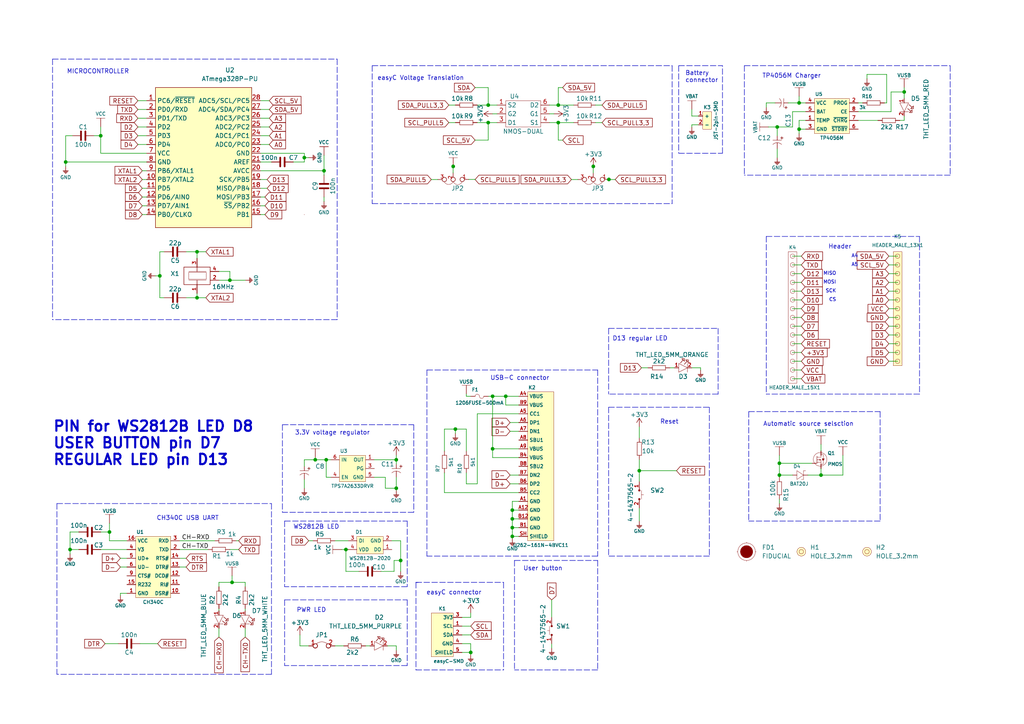
<source format=kicad_sch>
(kicad_sch (version 20211123) (generator eeschema)
  (paper "A4")
  (lib_symbols
    (symbol "GND_10" (power) (pin_names (offset 0))
      (property "Value" "GND_10" (at 0 -2.921 0))
      (symbol "GND_10_1_1"
        (pin power_in line (at 0 0 270) (length 0) hide (name "GND") (number "1"))
      )
    )
    (symbol "GND_11" (power) (pin_names (offset 0))
      (property "Value" "GND_11" (at 0 -2.921 0))
      (symbol "GND_11_1_1"
        (pin power_in line (at 0 0 270) (length 0) hide (name "GND") (number "1"))
      )
    )
    (symbol "GND_12" (power) (pin_names (offset 0))
      (property "Value" "GND_12" (at 0 -2.921 0))
      (symbol "GND_12_1_1"
        (pin power_in line (at 0 0 270) (length 0) hide (name "GND") (number "1"))
      )
    )
    (symbol "GND_13" (power) (pin_names (offset 0))
      (property "Value" "GND_13" (at 0 -2.921 0))
      (symbol "GND_13_1_1"
        (pin power_in line (at 0 0 270) (length 0) hide (name "GND") (number "1"))
      )
    )
    (symbol "GND_14" (power) (pin_names (offset 0))
      (property "Value" "GND_14" (at 0 -2.921 0))
      (symbol "GND_14_1_1"
        (pin power_in line (at 0 0 270) (length 0) hide (name "GND") (number "1"))
      )
    )
    (symbol "GND_15" (power) (pin_names (offset 0))
      (property "Value" "GND_15" (at 0 -2.921 0))
      (symbol "GND_15_1_1"
        (pin power_in line (at 0 0 270) (length 0) hide (name "GND") (number "1"))
      )
    )
    (symbol "GND_16" (power) (pin_names (offset 0))
      (property "Value" "GND_16" (at 0 -2.921 0))
      (symbol "GND_16_1_1"
        (pin power_in line (at 0 0 270) (length 0) hide (name "GND") (number "1"))
      )
    )
    (symbol "GND_17" (power) (pin_names (offset 0))
      (property "Value" "GND_17" (at 0 -2.921 0))
      (symbol "GND_17_1_1"
        (pin power_in line (at 0 0 270) (length 0) hide (name "GND") (number "1"))
      )
    )
    (symbol "GND_18" (power) (pin_names (offset 0))
      (property "Value" "GND_18" (at 0 -2.921 0))
      (symbol "GND_18_1_1"
        (pin power_in line (at 0 0 270) (length 0) hide (name "GND") (number "1"))
      )
    )
    (symbol "GND_19" (power) (pin_names (offset 0))
      (property "Value" "GND_19" (at 0 -2.921 0))
      (symbol "GND_19_1_1"
        (pin power_in line (at 0 0 270) (length 0) hide (name "GND") (number "1"))
      )
    )
    (symbol "GND_2" (power) (pin_names (offset 0))
      (property "Value" "GND_2" (at 0 -2.921 0))
      (symbol "GND_2_1_1"
        (pin power_in line (at 0 0 270) (length 0) hide (name "GND") (number "1"))
      )
    )
    (symbol "GND_3" (power) (pin_names (offset 0))
      (property "Value" "GND_3" (at 0 -2.921 0))
      (symbol "GND_3_1_1"
        (pin power_in line (at 0 0 270) (length 0) hide (name "GND") (number "1"))
      )
    )
    (symbol "GND_4" (power) (pin_names (offset 0))
      (property "Value" "GND_4" (at 0 -2.921 0))
      (symbol "GND_4_1_1"
        (pin power_in line (at 0 0 270) (length 0) hide (name "GND") (number "1"))
      )
    )
    (symbol "GND_5" (power) (pin_names (offset 0))
      (property "Value" "GND_5" (at 0 -2.921 0))
      (symbol "GND_5_1_1"
        (pin power_in line (at 0 0 270) (length 0) hide (name "GND") (number "1"))
      )
    )
    (symbol "GND_6" (power) (pin_names (offset 0))
      (property "Value" "GND_6" (at 0 -2.921 0))
      (symbol "GND_6_1_1"
        (pin power_in line (at 0 0 270) (length 0) hide (name "GND") (number "1"))
      )
    )
    (symbol "GND_7" (power) (pin_names (offset 0))
      (property "Value" "GND_7" (at 0 -2.921 0))
      (symbol "GND_7_1_1"
        (pin power_in line (at 0 0 270) (length 0) hide (name "GND") (number "1"))
      )
    )
    (symbol "GND_8" (power) (pin_names (offset 0))
      (property "Value" "GND_8" (at 0 -2.921 0))
      (symbol "GND_8_1_1"
        (pin power_in line (at 0 0 270) (length 0) hide (name "GND") (number "1"))
      )
    )
    (symbol "GND_9" (power) (pin_names (offset 0))
      (property "Value" "GND_9" (at 0 -2.921 0))
      (symbol "GND_9_1_1"
        (pin power_in line (at 0 0 270) (length 0) hide (name "GND") (number "1"))
      )
    )
    (symbol "VCC_1" (power) (pin_names (offset 0))
      (property "Value" "VCC_1" (at 0 3.556 0))
      (symbol "VCC_1_1_1"
        (pin power_in line (at 0 0 90) (length 0) hide (name "VCC") (number "1"))
      )
    )
    (symbol "e-radionica.com schematics:0603R" (pin_numbers hide) (pin_names (offset 0.254))
      (property "Reference" "R" (at -1.905 1.905 0))
      (property "Value" "0603R" (at 0 -1.905 0))
      (symbol "0603R_1_1"
        (pin passive line (at -3.175 0 0) (length 1.27) (name "~") (number "1"))
        (pin passive line (at 3.175 0 180) (length 1.27) (name "~") (number "2"))
      )
    )
    (symbol "e-radionica.com schematics:0603R_1" (pin_numbers hide) (pin_names (offset 0.254))
      (property "Reference" "R" (at -1.905 1.905 0))
      (property "Value" "0603R" (at 0 -1.905 0))
      (symbol "0603R_1_1_1"
        (pin passive line (at -3.175 0 0) (length 1.27) (name "~") (number "1"))
        (pin passive line (at 3.175 0 180) (length 1.27) (name "~") (number "2"))
      )
    )
    (symbol "e-radionica.com schematics:0603R_2" (pin_numbers hide) (pin_names (offset 0.254))
      (property "Reference" "R" (at -1.905 1.905 0))
      (property "Value" "0603R" (at 0 -1.905 0))
      (symbol "0603R_2_1_1"
        (pin passive line (at -3.175 0 0) (length 1.27) (name "~") (number "1"))
        (pin passive line (at 3.175 0 180) (length 1.27) (name "~") (number "2"))
      )
    )
    (symbol "e-radionica.com schematics:1206FUSE" (pin_numbers hide) (pin_names hide)
      (property "Reference" "F" (at -1.27 1.905 0))
      (property "Value" "1206FUSE" (at 0 -1.905 0))
      (symbol "1206FUSE_1_1"
        (pin passive line (at -2.54 0 0) (length 1.27) (name "~") (number "1"))
        (pin passive line (at 2.54 0 180) (length 1.27) (name "~") (number "2"))
      )
    )
    (symbol "e-radionica.com schematics:4-1437565-2"
      (property "Reference" "SW" (at 0 2.54 0))
      (property "Value" "4-1437565-2" (at 0 -1.27 0))
      (symbol "4-1437565-2_1_1"
        (pin passive line (at -3.81 0 0) (length 2.54) (name "~") (number "1"))
        (pin passive line (at 3.81 0 180) (length 2.54) (name "~") (number "2"))
      )
    )
    (symbol "e-radionica.com schematics:ATmega328P-PU"
      (property "Reference" "U" (at 0 3.81 0))
      (property "Value" "ATmega328P-PU" (at 0 1.27 0))
      (symbol "ATmega328P-PU_1_1"
        (pin input line (at -16.51 -3.81 0) (length 2.54) (name "PC6/~{RESET}") (number "1"))
        (pin input line (at -16.51 -26.67 0) (length 2.54) (name "PB7/XTAL2") (number "10"))
        (pin input line (at -16.51 -29.21 0) (length 2.54) (name "PD5") (number "11"))
        (pin input line (at -16.51 -31.75 0) (length 2.54) (name "PD6/AIN0") (number "12"))
        (pin input line (at -16.51 -34.29 0) (length 2.54) (name "PD7/AIN1") (number "13"))
        (pin input line (at -16.51 -36.83 0) (length 2.54) (name "PB0/CLKO") (number "14"))
        (pin input line (at 16.51 -36.83 180) (length 2.54) (name "PB1") (number "15"))
        (pin input line (at 16.51 -34.29 180) (length 2.54) (name "~{SS}/PB2") (number "16"))
        (pin input line (at 16.51 -31.75 180) (length 2.54) (name "MOSI/PB3") (number "17"))
        (pin input line (at 16.51 -29.21 180) (length 2.54) (name "MISO/PB4") (number "18"))
        (pin input line (at 16.51 -26.67 180) (length 2.54) (name "SCK/PB5") (number "19"))
        (pin input line (at -16.51 -6.35 0) (length 2.54) (name "PD0/RXD") (number "2"))
        (pin input line (at 16.51 -24.13 180) (length 2.54) (name "AVCC") (number "20"))
        (pin input line (at 16.51 -21.59 180) (length 2.54) (name "AREF") (number "21"))
        (pin input line (at 16.51 -19.05 180) (length 2.54) (name "GND") (number "22"))
        (pin input line (at 16.51 -16.51 180) (length 2.54) (name "ADC0/PC0") (number "23"))
        (pin input line (at 16.51 -13.97 180) (length 2.54) (name "ADC1/PC1") (number "24"))
        (pin input line (at 16.51 -11.43 180) (length 2.54) (name "ADC2/PC2") (number "25"))
        (pin input line (at 16.51 -8.89 180) (length 2.54) (name "ADC3/PC3") (number "26"))
        (pin input line (at 16.51 -6.35 180) (length 2.54) (name "ADC4/SDA/PC4") (number "27"))
        (pin input line (at 16.51 -3.81 180) (length 2.54) (name "ADC5/SCL/PC5") (number "28"))
        (pin input line (at -16.51 -8.89 0) (length 2.54) (name "PD1/TXD") (number "3"))
        (pin input line (at -16.51 -11.43 0) (length 2.54) (name "PD2") (number "4"))
        (pin input line (at -16.51 -13.97 0) (length 2.54) (name "PD3") (number "5"))
        (pin input line (at -16.51 -16.51 0) (length 2.54) (name "PD4") (number "6"))
        (pin input line (at -16.51 -19.05 0) (length 2.54) (name "VCC") (number "7"))
        (pin input line (at -16.51 -21.59 0) (length 2.54) (name "GND") (number "8"))
        (pin input line (at -16.51 -24.13 0) (length 2.54) (name "PB6/XTAL1") (number "9"))
      )
    )
    (symbol "e-radionica.com schematics:BAT20J" (pin_numbers hide) (pin_names hide)
      (property "Reference" "D" (at 0 2.54 0))
      (property "Value" "BAT20J" (at 0 -2.54 0))
      (symbol "BAT20J_1_1"
        (pin passive line (at -1.905 0 0) (length 1.27) (name "A") (number "1"))
        (pin passive line (at 2.54 0 180) (length 1.27) (name "K") (number "2"))
      )
    )
    (symbol "e-radionica.com schematics:CH340C"
      (property "Reference" "U" (at -3.81 10.16 0))
      (property "Value" "CH340C" (at 0 -10.16 0))
      (symbol "CH340C_1_1"
        (pin passive line (at -7.62 -7.62 0) (length 2.54) (name "GND") (number "1"))
        (pin passive line (at 7.62 -7.62 180) (length 2.54) (name "DSR#") (number "10"))
        (pin passive line (at 7.62 -5.08 180) (length 2.54) (name "RI#") (number "11"))
        (pin passive line (at 7.62 -2.54 180) (length 2.54) (name "DCD#") (number "12"))
        (pin passive line (at 7.62 0 180) (length 2.54) (name "DTR#") (number "13"))
        (pin passive line (at 7.62 2.54 180) (length 2.54) (name "RTS#") (number "14"))
        (pin passive line (at -7.62 -5.08 0) (length 2.54) (name "R232") (number "15"))
        (pin passive line (at -7.62 7.62 0) (length 2.54) (name "VCC") (number "16"))
        (pin passive line (at 7.62 5.08 180) (length 2.54) (name "TXD") (number "2"))
        (pin passive line (at 7.62 7.62 180) (length 2.54) (name "RXD") (number "3"))
        (pin passive line (at -7.62 5.08 0) (length 2.54) (name "V3") (number "4"))
        (pin passive line (at -7.62 2.54 0) (length 2.54) (name "UD+") (number "5"))
        (pin passive line (at -7.62 0 0) (length 2.54) (name "UD-") (number "6"))
        (pin passive line (at -7.62 -2.54 0) (length 2.54) (name "CTS#") (number "9"))
      )
    )
    (symbol "e-radionica.com schematics:CRYSTAL_3225_4_PAD"
      (property "Reference" "X" (at 0 7.112 0))
      (property "Value" "CRYSTAL_3225_4_PAD" (at 0 5.334 0))
      (symbol "CRYSTAL_3225_4_PAD_1_1"
        (pin passive line (at -5.08 0 0) (length 2.54) (name "") (number "1"))
        (pin power_in line (at -1.27 -6.35 90) (length 2.54) (name "") (number "2"))
        (pin output line (at 5.08 0 180) (length 2.54) (name "") (number "3"))
        (pin power_in line (at 1.27 -6.35 90) (length 2.54) (name "") (number "4"))
      )
    )
    (symbol "e-radionica.com schematics:C_Ceramic_THT" (pin_numbers hide)
      (property "Reference" "C" (at 0 3.81 0))
      (property "Value" "C_Ceramic_THT" (at 0 2.54 0))
      (symbol "C_Ceramic_THT_1_1"
        (pin passive line (at -3.175 0 0) (length 2.54) (name "~") (number "1"))
        (pin passive line (at 3.175 0 180) (length 2.54) (name "~") (number "2"))
      )
    )
    (symbol "e-radionica.com schematics:C_ELECTROLITIC_THT" (pin_numbers hide) (pin_names hide)
      (property "Reference" "C" (at 0 2.54 0))
      (property "Value" "C_ELECTROLITIC_THT" (at -1.27 -2.54 0))
      (symbol "C_ELECTROLITIC_THT_0_0"
        (text "+" (at -0.635 1.27 0) (effects (font (size 1 1))))
      )
      (symbol "C_ELECTROLITIC_THT_1_1"
        (pin input line (at -1.27 0 0) (length 1.27) (name "+") (number "1"))
        (pin input line (at 2.54 0 180) (length 1.8) (name "-") (number "2"))
      )
    )
    (symbol "e-radionica.com schematics:FIDUCIAL" (in_bom no)
      (property "Reference" "FD" (at 0 3.81 0))
      (property "Value" "FIDUCIAL" (at 0 -3.81 0))
    )
    (symbol "e-radionica.com schematics:GND" (power) (pin_names (offset 0))
      (property "Value" "GND" (at 0 -2.921 0))
      (symbol "GND_1_1"
        (pin power_in line (at 0 0 270) (length 0) hide (name "GND") (number "1"))
      )
    )
    (symbol "e-radionica.com schematics:HEADER_MALE_13X1" (pin_numbers hide) (pin_names hide)
      (property "Reference" "K" (at 0 17.78 0))
      (property "Value" "HEADER_MALE_13X1" (at 0 -17.78 0))
      (symbol "HEADER_MALE_13X1_1_1"
        (pin passive line (at 0 -15.24 180) (length 0) (name "~") (number "1"))
        (pin passive line (at 0 7.62 180) (length 0) (name "~") (number "10"))
        (pin passive line (at 0 10.16 180) (length 0) (name "~") (number "11"))
        (pin passive line (at 0 12.7 180) (length 0) (name "~") (number "12"))
        (pin passive line (at 0 15.24 180) (length 0) (name "~") (number "13"))
        (pin passive line (at 0 -12.7 180) (length 0) (name "~") (number "2"))
        (pin passive line (at 0 -10.16 180) (length 0) (name "~") (number "3"))
        (pin passive line (at 0 -7.62 180) (length 0) (name "~") (number "4"))
        (pin passive line (at 0 -5.08 180) (length 0) (name "~") (number "5"))
        (pin passive line (at 0 -2.54 180) (length 0) (name "~") (number "6"))
        (pin passive line (at 0 0 180) (length 0) (name "~") (number "7"))
        (pin passive line (at 0 2.54 180) (length 0) (name "~") (number "8"))
        (pin passive line (at 0 5.08 180) (length 0) (name "~") (number "9"))
      )
    )
    (symbol "e-radionica.com schematics:HEADER_MALE_15X1" (pin_numbers hide) (pin_names hide)
      (property "Reference" "K" (at -0.635 20.32 0))
      (property "Value" "HEADER_MALE_15X1" (at 1.27 -20.32 0))
      (symbol "HEADER_MALE_15X1_1_1"
        (pin passive line (at 0 -17.78 180) (length 0) (name "~") (number "1"))
        (pin passive line (at 0 5.08 180) (length 0) (name "~") (number "10"))
        (pin passive line (at 0 7.62 180) (length 0) (name "~") (number "11"))
        (pin passive line (at 0 10.16 180) (length 0) (name "~") (number "12"))
        (pin passive line (at 0 12.7 180) (length 0) (name "~") (number "13"))
        (pin passive line (at 0 15.24 180) (length 0) (name "~") (number "14"))
        (pin passive line (at 0 17.78 180) (length 0) (name "~") (number "15"))
        (pin passive line (at 0 -15.24 180) (length 0) (name "~") (number "2"))
        (pin passive line (at 0 -12.7 180) (length 0) (name "~") (number "3"))
        (pin passive line (at 0 -10.16 180) (length 0) (name "~") (number "4"))
        (pin passive line (at 0 -7.62 180) (length 0) (name "~") (number "5"))
        (pin passive line (at 0 -5.08 180) (length 0) (name "~") (number "6"))
        (pin passive line (at 0 -2.54 180) (length 0) (name "~") (number "7"))
        (pin passive line (at 0 0 180) (length 0) (name "~") (number "8"))
        (pin passive line (at 0 2.54 180) (length 0) (name "~") (number "9"))
      )
    )
    (symbol "e-radionica.com schematics:HOLE_3.2mm" (pin_numbers hide) (pin_names hide)
      (property "Reference" "H" (at 0 2.54 0))
      (property "Value" "HOLE_3.2mm" (at 0 -2.54 0))
    )
    (symbol "e-radionica.com schematics:JST-2pin-SMD"
      (property "Reference" "K" (at -1.27 5.08 0))
      (property "Value" "JST-2pin-SMD" (at 0 -2.54 0))
      (symbol "JST-2pin-SMD_1_1"
        (pin passive line (at 1.27 0 180) (length 1.27) (name "+") (number "1"))
        (pin passive line (at 1.27 2.54 180) (length 1.27) (name "-") (number "2"))
      )
    )
    (symbol "e-radionica.com schematics:NMOS-DUAL"
      (property "Reference" "U" (at -3.81 5.08 0))
      (property "Value" "NMOS-DUAL" (at 0 -5.08 0))
      (symbol "NMOS-DUAL_1_1"
        (pin input line (at -7.62 2.54 0) (length 2.54) (name "S2") (number "1"))
        (pin input line (at -7.62 0 0) (length 2.54) (name "G2") (number "2"))
        (pin input line (at -7.62 -2.54 0) (length 2.54) (name "D1") (number "3"))
        (pin input line (at 7.62 -2.54 180) (length 2.54) (name "S1") (number "4"))
        (pin input line (at 7.62 0 180) (length 2.54) (name "G1") (number "5"))
        (pin input line (at 7.62 2.54 180) (length 2.54) (name "D2") (number "6"))
      )
    )
    (symbol "e-radionica.com schematics:PMOS-SOT-23-3" (pin_numbers hide) (pin_names hide)
      (property "Reference" "Q" (at -0.762 3.302 0))
      (property "Value" "PMOS-SOT-23-3" (at 0.381 -4.064 0))
      (symbol "PMOS-SOT-23-3_1_1"
        (pin passive line (at -1.27 -1.016 0) (length 1.27) (name "G") (number "1"))
        (pin passive line (at 1.27 -2.54 90) (length 1.27) (name "S") (number "2"))
        (pin passive line (at 1.27 2.54 270) (length 1.27) (name "D") (number "3"))
      )
    )
    (symbol "e-radionica.com schematics:SMD-JUMPER-CONNECTED_TRACE_SOLDERMASK"
      (property "Reference" "JP" (at 0 3.556 0))
      (property "Value" "SMD-JUMPER-CONNECTED_TRACE_SOLDERMASK" (at 0 -2.54 0))
      (symbol "SMD-JUMPER-CONNECTED_TRACE_SOLDERMASK_1_1"
        (pin passive inverted (at -3.81 0 0) (length 2.54) (name "") (number "1"))
        (pin passive inverted (at 3.81 0 180) (length 2.54) (name "") (number "2"))
      )
    )
    (symbol "e-radionica.com schematics:SMD_JUMPER_3_PAD_TRACE"
      (property "Reference" "JP" (at 0.0254 5.461 0))
      (property "Value" "SMD_JUMPER_3_PAD_TRACE" (at 0.3048 -4.572 0))
      (symbol "SMD_JUMPER_3_PAD_TRACE_1_1"
        (pin passive inverted (at -4.5212 -0.0254 0) (length 2.54) (name "") (number "1"))
        (pin passive inverted (at 0.0254 -1.9304 90) (length 2.54) (name "") (number "2"))
        (pin passive inverted (at 4.4704 0 180) (length 2.54) (name "") (number "3"))
      )
    )
    (symbol "e-radionica.com schematics:THT_LED_5MM_BLUE"
      (property "Reference" "D" (at 0 3.81 0))
      (property "Value" "THT_LED_5MM_BLUE" (at 0 -2.54 0))
      (symbol "THT_LED_5MM_BLUE_1_1"
        (pin passive line (at -2.54 0 0) (length 1.27) (name "") (number "1"))
        (pin passive line (at 2.54 0 180) (length 1.27) (name "") (number "2"))
      )
    )
    (symbol "e-radionica.com schematics:THT_LED_5MM_ORANGE"
      (property "Reference" "D" (at 0 4.318 0))
      (property "Value" "THT_LED_5MM_ORANGE" (at 0 -2.54 0))
      (symbol "THT_LED_5MM_ORANGE_1_1"
        (pin passive line (at -2.54 0 0) (length 1.27) (name "") (number "1"))
        (pin passive line (at 2.54 0 180) (length 1.27) (name "") (number "2"))
      )
    )
    (symbol "e-radionica.com schematics:THT_LED_5MM_PURPLE"
      (property "Reference" "D" (at 0.254 5.08 0))
      (property "Value" "THT_LED_5MM_PURPLE" (at 0 -2.794 0))
      (symbol "THT_LED_5MM_PURPLE_1_1"
        (pin passive line (at -2.54 0 0) (length 1.27) (name "") (number "1"))
        (pin passive line (at 2.54 0 180) (length 1.27) (name "") (number "2"))
      )
    )
    (symbol "e-radionica.com schematics:THT_LED_5MM_RED"
      (property "Reference" "D" (at 0 5.08 0))
      (property "Value" "THT_LED_5MM_RED" (at 0 -2.54 0))
      (symbol "THT_LED_5MM_RED_1_1"
        (pin passive line (at -2.54 0 0) (length 1.27) (name "") (number "1"))
        (pin passive line (at 2.54 0 180) (length 1.27) (name "") (number "2"))
      )
    )
    (symbol "e-radionica.com schematics:THT_LED_5MM_WHITE"
      (property "Reference" "D" (at 0 3.81 0))
      (property "Value" "THT_LED_5MM_WHITE" (at 0 -2.54 0))
      (symbol "THT_LED_5MM_WHITE_1_1"
        (pin passive line (at -2.54 0 0) (length 1.27) (name "") (number "1"))
        (pin passive line (at 2.54 0 180) (length 1.27) (name "") (number "2"))
      )
    )
    (symbol "e-radionica.com schematics:THT_OTPORNIK" (pin_numbers hide) (pin_names hide)
      (property "Reference" "R" (at -0.0508 2.8194 0))
      (property "Value" "THT_OTPORNIK" (at 0 -2.54 0))
      (symbol "THT_OTPORNIK_1_1"
        (pin passive line (at -3.175 0 0) (length 1.27) (name "~") (number "1"))
        (pin passive line (at 3.175 0 180) (length 1.27) (name "~") (number "2"))
      )
    )
    (symbol "e-radionica.com schematics:TP4056M"
      (property "Reference" "U" (at -3.81 5.08 0))
      (property "Value" "TP4056M" (at 0 -7.62 0))
      (symbol "TP4056M_1_1"
        (pin passive line (at -7.62 -2.54 0) (length 2.54) (name "TEMP") (number "1"))
        (pin passive line (at 7.62 2.54 180) (length 2.54) (name "PROG") (number "2"))
        (pin passive line (at -7.62 -5.08 0) (length 2.54) (name "GND") (number "3"))
        (pin passive line (at -7.62 2.54 0) (length 2.54) (name "VCC") (number "4"))
        (pin passive line (at -7.62 0 0) (length 2.54) (name "BAT") (number "5"))
        (pin passive line (at 7.62 -5.08 180) (length 2.54) (name "~{STDBY}") (number "6"))
        (pin passive line (at 7.62 -2.54 180) (length 2.54) (name "~{CHRG}") (number "7"))
        (pin passive line (at 7.62 0 180) (length 2.54) (name "CE") (number "8"))
      )
    )
    (symbol "e-radionica.com schematics:TPS7A2633DRVR"
      (property "Reference" "U" (at -3.175 5.08 0))
      (property "Value" "TPS7A2633DRVR" (at 0 -5.08 0))
      (symbol "TPS7A2633DRVR_1_1"
        (pin passive line (at 6.35 2.54 180) (length 2.54) (name "OUT") (number "1"))
        (pin passive line (at 6.35 0 180) (length 2.54) (name "PG") (number "3"))
        (pin passive line (at -6.35 -2.54 0) (length 2.54) (name "EN") (number "4"))
        (pin passive line (at 6.35 -2.54 180) (length 2.54) (name "GND") (number "5"))
        (pin passive line (at -6.35 2.54 0) (length 2.54) (name "IN") (number "6"))
      )
    )
    (symbol "e-radionica.com schematics:U262-161N-4BVC11"
      (property "Reference" "K" (at 0 22.86 0))
      (property "Value" "U262-161N-4BVC11" (at 2.54 -22.86 0))
      (symbol "U262-161N-4BVC11_1_1"
        (pin passive line (at -3.81 -10.16 0) (length 2.54) (name "GND") (number "A1"))
        (pin passive line (at -3.81 -12.7 0) (length 2.54) (name "GND") (number "A12"))
        (pin passive line (at -3.81 20.32 0) (length 2.54) (name "VBUS") (number "A4"))
        (pin passive line (at -3.81 15.24 0) (length 2.54) (name "CC1") (number "A5"))
        (pin passive line (at -3.81 12.7 0) (length 2.54) (name "DP1") (number "A6"))
        (pin passive line (at -3.81 10.16 0) (length 2.54) (name "DN1") (number "A7"))
        (pin passive line (at -3.81 7.62 0) (length 2.54) (name "SBU1") (number "A8"))
        (pin passive line (at -3.81 5.08 0) (length 2.54) (name "VBUS") (number "A9"))
        (pin passive line (at -3.81 -17.78 0) (length 2.54) (name "GND") (number "B1"))
        (pin passive line (at -3.81 -15.24 0) (length 2.54) (name "GND") (number "B12"))
        (pin passive line (at -3.81 2.54 0) (length 2.54) (name "VBUS") (number "B4"))
        (pin passive line (at -3.81 -7.62 0) (length 2.54) (name "CC2") (number "B5"))
        (pin passive line (at -3.81 -5.08 0) (length 2.54) (name "DP2") (number "B6"))
        (pin passive line (at -3.81 -2.54 0) (length 2.54) (name "DN2") (number "B7"))
        (pin passive line (at -3.81 0 0) (length 2.54) (name "SBU2") (number "B8"))
        (pin passive line (at -3.81 17.78 0) (length 2.54) (name "VBUS") (number "B9"))
        (pin passive line (at -3.81 -20.32 0) (length 2.54) (name "SHIELD") (number "SH"))
      )
    )
    (symbol "e-radionica.com schematics:VBAT" (power) (pin_names (offset 0))
      (property "Value" "VBAT" (at 0 3.556 0))
      (symbol "VBAT_1_1"
        (pin power_in line (at 0 0 90) (length 0) hide (name "VBAT") (number "1"))
      )
    )
    (symbol "e-radionica.com schematics:VCC" (power) (pin_names (offset 0))
      (property "Value" "VCC" (at 0 3.556 0))
      (symbol "VCC_1_1"
        (pin power_in line (at 0 0 90) (length 0) hide (name "VCC") (number "1"))
      )
    )
    (symbol "e-radionica.com schematics:VUSB" (power) (pin_names (offset 0))
      (property "Value" "VUSB" (at 0 3.556 0))
      (symbol "VUSB_1_1"
        (pin power_in line (at 0 0 90) (length 0) hide (name "VUSB") (number "1"))
      )
    )
    (symbol "e-radionica.com schematics:VUSB_1" (power) (pin_names (offset 0))
      (property "Value" "VUSB" (at 0 3.556 0))
      (symbol "VUSB_1_1_1"
        (pin power_in line (at 0 0 90) (length 0) hide (name "VUSB") (number "1"))
      )
    )
    (symbol "e-radionica.com schematics:VUSB_2" (power) (pin_names (offset 0))
      (property "Value" "VUSB" (at 0 3.556 0))
      (symbol "VUSB_2_1_1"
        (pin power_in line (at 0 0 90) (length 0) hide (name "VUSB") (number "1"))
      )
    )
    (symbol "e-radionica.com schematics:VUSB_3" (power) (pin_names (offset 0))
      (property "Value" "VUSB" (at 0 3.556 0))
      (symbol "VUSB_3_1_1"
        (pin power_in line (at 0 0 90) (length 0) hide (name "VUSB") (number "1"))
      )
    )
    (symbol "e-radionica.com schematics:VUSB_4" (power) (pin_names (offset 0))
      (property "Value" "VUSB" (at 0 3.556 0))
      (symbol "VUSB_4_1_1"
        (pin power_in line (at 0 0 90) (length 0) hide (name "VUSB") (number "1"))
      )
    )
    (symbol "e-radionica.com schematics:WS2812B-2020"
      (property "Reference" "D" (at -2.54 3.81 0))
      (property "Value" "WS2812B-2020" (at 0 -3.81 0))
      (symbol "WS2812B-2020_1_1"
        (pin passive line (at 6.35 -1.27 180) (length 2.54) (name "DO") (number "1"))
        (pin passive line (at 6.35 1.27 180) (length 2.54) (name "GND") (number "2"))
        (pin passive line (at -6.35 1.27 0) (length 2.54) (name "DI") (number "3"))
        (pin passive line (at -6.35 -1.27 0) (length 2.54) (name "VDD") (number "4"))
      )
    )
    (symbol "e-radionica.com schematics:easyC-SMD" (pin_names (offset 0.002))
      (property "Reference" "K" (at -2.54 10.16 0))
      (property "Value" "easyC-SMD" (at 0 -5.08 0))
      (symbol "easyC-SMD_1_1"
        (pin passive line (at 5.715 5.08 180) (length 2.54) (name "SCL") (number "1"))
        (pin passive line (at 5.715 2.54 180) (length 2.54) (name "SDA") (number "2"))
        (pin passive line (at 5.715 7.62 180) (length 2.54) (name "3V3") (number "3"))
        (pin passive line (at 5.715 0 180) (length 2.54) (name "GND") (number "4"))
        (pin passive line (at 5.715 -2.54 180) (length 2.54) (name "SHIELD") (number "5"))
      )
    )
    (symbol "power:+3V3" (power) (pin_names (offset 0))
      (property "Value" "+3V3" (at 0 3.556 0))
      (symbol "+3V3_1_1"
        (pin power_in line (at 0 0 90) (length 0) hide (name "+3V3") (number "1"))
      )
    )
  )
  (junction (at 225.425 36.83) (diameter 0.9144))
  (junction (at 88.265 45.72))
  (junction (at 238.125 137.795) (diameter 0.9144))
  (junction (at 91.44 133.35) (diameter 0.9144))
  (junction (at 20.32 159.385) (diameter 0.9144))
  (junction (at 172.085 48.26))
  (junction (at 132.08 124.46) (diameter 0.9144))
  (junction (at 141.605 35.56) (diameter 0.9144))
  (junction (at 131.445 48.26))
  (junction (at 146.685 114.935) (diameter 0.9144))
  (junction (at 93.98 49.53))
  (junction (at 148.59 153.035) (diameter 0.9144))
  (junction (at 141.605 30.48) (diameter 0.9144))
  (junction (at 100.33 159.385) (diameter 0.9144))
  (junction (at 176.6062 52.0446))
  (junction (at 57.15 86.36) (diameter 0.9144))
  (junction (at 262.255 26.67) (diameter 0.9144))
  (junction (at 57.15 73.025) (diameter 0.9144))
  (junction (at 29.21 39.37))
  (junction (at 114.935 133.35) (diameter 0.9144))
  (junction (at 148.59 150.495) (diameter 0.9144))
  (junction (at 31.75 154.305) (diameter 0.9144))
  (junction (at 116.205 162.56) (diameter 0.9144))
  (junction (at 46.355 80.01) (diameter 0.9144))
  (junction (at 148.59 147.955) (diameter 0.9144))
  (junction (at 114.935 141.605) (diameter 0.9144))
  (junction (at 19.05 46.99))
  (junction (at 67.31 168.91) (diameter 0.9144))
  (junction (at 231.775 37.465) (diameter 0.9144))
  (junction (at 66.675 81.28) (diameter 0.9144))
  (junction (at 142.875 130.175) (diameter 0.9144))
  (junction (at 185.42 136.525) (diameter 0.9144))
  (junction (at 161.925 30.48) (diameter 0.9144))
  (junction (at 226.06 137.795) (diameter 0.9144))
  (junction (at 136.525 189.23) (diameter 0.9144))
  (junction (at 142.875 114.935) (diameter 0.9144))
  (junction (at 148.59 155.575) (diameter 0.9144))
  (junction (at 94.615 133.35) (diameter 0.9144))
  (junction (at 226.06 134.366) (diameter 0.9144))
  (junction (at 231.775 29.845) (diameter 0.9144))
  (junction (at 161.925 35.56) (diameter 0.9144))
  (polyline (pts (xy 208.28 114.3) (xy 176.53 114.3)) (stroke (width 0) (type dash)))
  (wire (pts (xy 133.985 181.61) (xy 136.525 181.61)))
  (wire (pts (xy 114.3 162.56) (xy 116.205 162.56)))
  (wire (pts (xy 248.92 34.925) (xy 254.635 34.925)))
  (polyline (pts (xy 217.17 119.38) (xy 255.27 119.38)) (stroke (width 0) (type dash)))
  (wire (pts (xy 133.985 184.15) (xy 136.525 184.15)))
  (wire (pts (xy 41.275 54.61) (xy 42.545 54.61)))
  (wire (pts (xy 40.005 39.37) (xy 42.545 39.37)))
  (wire (pts (xy 138.43 140.335) (xy 138.43 120.015)))
  (wire (pts (xy 132.08 124.46) (xy 135.255 124.46)))
  (wire (pts (xy 125.095 52.07) (xy 126.9746 52.07)))
  (polyline (pts (xy 82.55 173.99) (xy 82.55 193.04)) (stroke (width 0) (type dash)))
  (wire (pts (xy 22.86 159.385) (xy 20.32 159.385)))
  (wire (pts (xy 88.265 45.72) (xy 89.535 45.72)))
  (wire (pts (xy 257.81 104.775) (xy 260.35 104.775)))
  (wire (pts (xy 88.265 133.35) (xy 91.44 133.35)))
  (wire (pts (xy 133.985 186.69) (xy 136.525 186.69)))
  (wire (pts (xy 229.87 89.535) (xy 232.41 89.535)))
  (polyline (pts (xy 81.915 123.19) (xy 81.915 148.59)) (stroke (width 0) (type dash)))
  (polyline (pts (xy 118.11 173.99) (xy 118.11 193.04)) (stroke (width 0) (type dash)))
  (polyline (pts (xy 196.85 44.45) (xy 209.55 44.45)) (stroke (width 0) (type dash)))
  (wire (pts (xy 66.675 78.74) (xy 66.675 81.28)))
  (polyline (pts (xy 176.53 95.25) (xy 176.53 114.3)) (stroke (width 0) (type dash)))
  (polyline (pts (xy 120.65 168.91) (xy 146.05 168.91)) (stroke (width 0) (type dash)))
  (wire (pts (xy 41.275 62.23) (xy 42.545 62.23)))
  (wire (pts (xy 148.59 153.035) (xy 150.495 153.035)))
  (wire (pts (xy 257.81 89.535) (xy 260.35 89.535)))
  (wire (pts (xy 57.15 85.09) (xy 57.15 86.36)))
  (wire (pts (xy 114.935 138.43) (xy 114.935 141.605)))
  (polyline (pts (xy 107.95 19.05) (xy 107.95 59.055)) (stroke (width 0) (type dash)))
  (polyline (pts (xy 123.825 107.315) (xy 123.825 161.29)) (stroke (width 0) (type dash)))
  (wire (pts (xy 86.995 187.325) (xy 86.995 184.15)))
  (wire (pts (xy 202.565 33.655) (xy 200.66 33.655)))
  (polyline (pts (xy 217.17 119.38) (xy 217.17 151.13)) (stroke (width 0) (type dash)))
  (polyline (pts (xy 97.79 17.145) (xy 97.79 92.71)) (stroke (width 0) (type dash)))
  (wire (pts (xy 233.68 37.465) (xy 231.775 37.465)))
  (wire (pts (xy 251.46 21.59) (xy 251.46 22.86)))
  (wire (pts (xy 75.565 36.83) (xy 78.105 36.83)))
  (wire (pts (xy 185.42 147.32) (xy 185.42 151.13)))
  (wire (pts (xy 229.87 97.155) (xy 232.41 97.155)))
  (wire (pts (xy 41.275 59.69) (xy 42.545 59.69)))
  (polyline (pts (xy 123.825 107.315) (xy 173.355 107.315)) (stroke (width 0) (type dash)))
  (wire (pts (xy 111.76 141.605) (xy 114.935 141.605)))
  (wire (pts (xy 229.87 94.615) (xy 232.41 94.615)))
  (wire (pts (xy 31.75 154.305) (xy 31.75 151.765)))
  (polyline (pts (xy 15.24 17.145) (xy 15.24 92.71)) (stroke (width 0) (type dash)))
  (wire (pts (xy 262.255 26.67) (xy 262.255 28.575)))
  (wire (pts (xy 95.885 138.43) (xy 94.615 138.43)))
  (wire (pts (xy 40.005 34.29) (xy 42.545 34.29)))
  (wire (pts (xy 231.775 37.465) (xy 231.775 38.735)))
  (wire (pts (xy 29.21 159.385) (xy 36.83 159.385)))
  (wire (pts (xy 27.305 39.37) (xy 29.21 39.37)))
  (polyline (pts (xy 255.27 119.38) (xy 255.27 151.13)) (stroke (width 0) (type dash)))
  (wire (pts (xy 93.98 49.53) (xy 93.98 50.8)))
  (wire (pts (xy 19.05 46.99) (xy 19.05 48.26)))
  (wire (pts (xy 128.905 137.16) (xy 128.905 142.875)))
  (wire (pts (xy 229.87 81.915) (xy 232.41 81.915)))
  (wire (pts (xy 53.975 86.36) (xy 57.15 86.36)))
  (wire (pts (xy 248.92 29.845) (xy 250.19 29.845)))
  (wire (pts (xy 131.4196 50.1396) (xy 131.4196 48.26)))
  (wire (pts (xy 128.905 124.46) (xy 128.905 130.81)))
  (wire (pts (xy 137.795 52.0446) (xy 137.795 52.07)))
  (wire (pts (xy 141.605 35.56) (xy 144.145 35.56)))
  (wire (pts (xy 114.935 141.605) (xy 114.935 142.24)))
  (wire (pts (xy 257.81 86.995) (xy 260.35 86.995)))
  (wire (pts (xy 150.495 155.575) (xy 148.59 155.575)))
  (wire (pts (xy 63.5 78.74) (xy 66.675 78.74)))
  (wire (pts (xy 88.265 46.99) (xy 88.265 45.72)))
  (wire (pts (xy 128.905 124.46) (xy 132.08 124.46)))
  (wire (pts (xy 172.72 35.56) (xy 174.625 35.56)))
  (wire (pts (xy 66.675 81.28) (xy 63.5 81.28)))
  (wire (pts (xy 142.875 130.175) (xy 150.495 130.175)))
  (wire (pts (xy 226.06 137.795) (xy 226.06 138.43)))
  (polyline (pts (xy 222.25 68.58) (xy 266.7 68.58)) (stroke (width 0) (type dash)))
  (wire (pts (xy 113.665 156.845) (xy 116.205 156.845)))
  (wire (pts (xy 29.21 44.45) (xy 42.545 44.45)))
  (wire (pts (xy 200.66 106.68) (xy 203.2 106.68)))
  (polyline (pts (xy 81.915 123.19) (xy 120.015 123.19)) (stroke (width 0) (type dash)))
  (wire (pts (xy 34.925 172.085) (xy 34.925 172.72)))
  (wire (pts (xy 147.955 137.795) (xy 150.495 137.795)))
  (wire (pts (xy 52.07 164.465) (xy 53.975 164.465)))
  (wire (pts (xy 68.58 156.845) (xy 69.215 156.845)))
  (polyline (pts (xy 194.945 19.05) (xy 194.945 59.055)) (stroke (width 0) (type dash)))
  (wire (pts (xy 89.535 156.845) (xy 90.805 156.845)))
  (wire (pts (xy 63.5 168.91) (xy 63.5 170.18)))
  (wire (pts (xy 136.525 114.935) (xy 135.255 114.935)))
  (wire (pts (xy 41.275 52.07) (xy 42.545 52.07)))
  (wire (pts (xy 257.81 81.915) (xy 260.35 81.915)))
  (wire (pts (xy 233.68 32.385) (xy 229.87 32.385)))
  (polyline (pts (xy 149.225 162.56) (xy 149.225 194.31)) (stroke (width 0) (type dash)))
  (wire (pts (xy 99.06 159.385) (xy 100.33 159.385)))
  (wire (pts (xy 260.985 34.925) (xy 262.255 34.925)))
  (wire (pts (xy 66.675 159.385) (xy 69.215 159.385)))
  (wire (pts (xy 148.59 147.955) (xy 150.495 147.955)))
  (wire (pts (xy 63.5 182.245) (xy 63.5 184.785)))
  (wire (pts (xy 141.605 25.4) (xy 141.605 30.48)))
  (wire (pts (xy 29.21 39.37) (xy 29.21 36.83)))
  (polyline (pts (xy 196.85 19.05) (xy 196.85 44.45)) (stroke (width 0) (type dash)))
  (wire (pts (xy 146.685 114.935) (xy 150.495 114.935)))
  (wire (pts (xy 75.565 29.21) (xy 78.105 29.21)))
  (wire (pts (xy 161.925 30.48) (xy 166.37 30.48)))
  (wire (pts (xy 52.07 159.385) (xy 60.325 159.385)))
  (wire (pts (xy 148.59 153.035) (xy 148.59 155.575)))
  (polyline (pts (xy 266.7 114.3) (xy 222.25 114.3)) (stroke (width 0) (type dash)))
  (wire (pts (xy 40.64 186.69) (xy 45.72 186.69)))
  (wire (pts (xy 257.81 97.155) (xy 260.35 97.155)))
  (polyline (pts (xy 149.225 162.56) (xy 173.355 162.56)) (stroke (width 0) (type dash)))
  (wire (pts (xy 150.495 142.875) (xy 128.905 142.875)))
  (wire (pts (xy 159.385 35.56) (xy 161.925 35.56)))
  (wire (pts (xy 135.255 137.16) (xy 135.255 140.335)))
  (wire (pts (xy 57.15 86.36) (xy 59.69 86.36)))
  (wire (pts (xy 88.265 133.35) (xy 88.265 135.255)))
  (polyline (pts (xy 215.9 19.05) (xy 275.59 19.05)) (stroke (width 0) (type dash)))
  (wire (pts (xy 222.885 36.83) (xy 225.425 36.83)))
  (wire (pts (xy 147.955 140.335) (xy 150.495 140.335)))
  (wire (pts (xy 89.535 187.325) (xy 86.995 187.325)))
  (wire (pts (xy 116.205 156.845) (xy 116.205 162.56)))
  (wire (pts (xy 131.4196 48.26) (xy 131.445 48.26)))
  (polyline (pts (xy 78.74 146.05) (xy 78.74 195.58)) (stroke (width 0) (type dash)))
  (wire (pts (xy 160.02 173.99) (xy 160.02 179.07)))
  (polyline (pts (xy 120.65 168.91) (xy 120.65 194.31)) (stroke (width 0) (type dash)))
  (wire (pts (xy 75.565 62.23) (xy 76.835 62.23)))
  (wire (pts (xy 93.98 57.15) (xy 93.98 58.42)))
  (polyline (pts (xy 266.7 68.58) (xy 266.7 114.3)) (stroke (width 0) (type dash)))
  (wire (pts (xy 200.66 33.655) (xy 200.66 31.75)))
  (wire (pts (xy 114.935 133.35) (xy 114.935 134.62)))
  (wire (pts (xy 138.43 35.56) (xy 141.605 35.56)))
  (wire (pts (xy 185.42 123.825) (xy 185.42 127)))
  (wire (pts (xy 185.42 136.525) (xy 185.42 139.7)))
  (wire (pts (xy 244.475 132.08) (xy 244.475 137.795)))
  (wire (pts (xy 138.43 120.015) (xy 150.495 120.015)))
  (wire (pts (xy 94.615 138.43) (xy 94.615 133.35)))
  (wire (pts (xy 40.005 36.83) (xy 42.545 36.83)))
  (wire (pts (xy 66.675 81.28) (xy 71.12 81.28)))
  (wire (pts (xy 187.96 106.68) (xy 186.055 106.68)))
  (polyline (pts (xy 16.51 146.05) (xy 78.74 146.05)) (stroke (width 0) (type dash)))
  (wire (pts (xy 226.06 132.08) (xy 226.06 134.366)))
  (wire (pts (xy 137.795 40.64) (xy 141.605 40.64)))
  (wire (pts (xy 229.87 104.775) (xy 232.41 104.775)))
  (wire (pts (xy 40.005 29.21) (xy 42.545 29.21)))
  (wire (pts (xy 147.955 122.555) (xy 150.495 122.555)))
  (wire (pts (xy 138.43 30.48) (xy 141.605 30.48)))
  (wire (pts (xy 257.81 92.075) (xy 260.35 92.075)))
  (wire (pts (xy 75.565 49.53) (xy 93.98 49.53)))
  (wire (pts (xy 67.31 167.005) (xy 67.31 168.91)))
  (wire (pts (xy 20.32 154.305) (xy 20.32 159.385)))
  (wire (pts (xy 229.87 74.295) (xy 232.41 74.295)))
  (wire (pts (xy 46.355 73.025) (xy 46.355 80.01)))
  (wire (pts (xy 225.425 43.18) (xy 225.425 45.72)))
  (polyline (pts (xy 222.25 68.58) (xy 222.25 114.3)) (stroke (width 0) (type dash)))
  (wire (pts (xy 172.72 30.48) (xy 174.625 30.48)))
  (wire (pts (xy 150.495 132.715) (xy 142.875 132.715)))
  (polyline (pts (xy 173.355 162.56) (xy 173.355 194.31)) (stroke (width 0) (type dash)))
  (wire (pts (xy 63.5 168.91) (xy 67.31 168.91)))
  (polyline (pts (xy 205.74 161.29) (xy 176.53 161.29)) (stroke (width 0) (type dash)))
  (wire (pts (xy 34.925 164.465) (xy 36.83 164.465)))
  (wire (pts (xy 135.255 114.935) (xy 135.255 114.3)))
  (polyline (pts (xy 173.355 194.31) (xy 149.225 194.31)) (stroke (width 0) (type dash)))
  (wire (pts (xy 75.565 46.99) (xy 78.74 46.99)))
  (wire (pts (xy 34.925 161.925) (xy 36.83 161.925)))
  (wire (pts (xy 46.355 73.025) (xy 47.625 73.025)))
  (wire (pts (xy 36.83 172.085) (xy 34.925 172.085)))
  (wire (pts (xy 71.12 176.53) (xy 71.12 177.165)))
  (wire (pts (xy 71.12 168.91) (xy 67.31 168.91)))
  (wire (pts (xy 163.195 40.64) (xy 161.925 40.64)))
  (wire (pts (xy 116.205 162.56) (xy 116.205 165.735)))
  (wire (pts (xy 226.06 134.366) (xy 235.585 134.366)))
  (polyline (pts (xy 173.355 161.29) (xy 123.825 161.29)) (stroke (width 0) (type dash)))
  (wire (pts (xy 22.86 154.305) (xy 20.32 154.305)))
  (wire (pts (xy 100.33 165.735) (xy 100.33 159.385)))
  (wire (pts (xy 233.68 29.845) (xy 231.775 29.845)))
  (wire (pts (xy 85.09 46.99) (xy 88.265 46.99)))
  (wire (pts (xy 114.3 165.735) (xy 114.3 162.56)))
  (wire (pts (xy 110.49 165.735) (xy 114.3 165.735)))
  (wire (pts (xy 234.315 137.795) (xy 238.125 137.795)))
  (wire (pts (xy 46.355 80.01) (xy 46.355 86.36)))
  (wire (pts (xy 88.265 44.45) (xy 88.265 45.72)))
  (wire (pts (xy 71.12 182.245) (xy 71.12 184.785)))
  (wire (pts (xy 159.385 33.02) (xy 160.655 33.02)))
  (wire (pts (xy 159.385 30.48) (xy 161.925 30.48)))
  (wire (pts (xy 137.795 25.4) (xy 141.605 25.4)))
  (wire (pts (xy 46.355 86.36) (xy 47.625 86.36)))
  (wire (pts (xy 75.565 44.45) (xy 88.265 44.45)))
  (wire (pts (xy 106.045 187.325) (xy 107.315 187.325)))
  (wire (pts (xy 75.565 54.61) (xy 77.47 54.61)))
  (wire (pts (xy 95.885 133.35) (xy 94.615 133.35)))
  (polyline (pts (xy 275.59 50.8) (xy 215.9 50.8)) (stroke (width 0) (type dash)))
  (wire (pts (xy 172.0596 50.1396) (xy 172.0596 48.26)))
  (polyline (pts (xy 120.015 148.59) (xy 81.915 148.59)) (stroke (width 0) (type dash)))
  (wire (pts (xy 97.155 187.325) (xy 99.695 187.325)))
  (wire (pts (xy 142.875 130.175) (xy 142.875 114.935)))
  (polyline (pts (xy 107.95 59.055) (xy 194.945 59.055)) (stroke (width 0) (type dash)))
  (wire (pts (xy 257.81 99.695) (xy 260.35 99.695)))
  (wire (pts (xy 108.585 138.43) (xy 111.76 138.43)))
  (wire (pts (xy 130.175 35.56) (xy 132.08 35.56)))
  (wire (pts (xy 148.59 150.495) (xy 150.495 150.495)))
  (wire (pts (xy 133.985 189.23) (xy 136.525 189.23)))
  (polyline (pts (xy 205.74 118.11) (xy 205.74 161.29)) (stroke (width 0) (type dash)))
  (wire (pts (xy 176.6062 52.0446) (xy 176.6062 52.07)))
  (wire (pts (xy 228.6 29.845) (xy 231.775 29.845)))
  (wire (pts (xy 114.935 132.08) (xy 114.935 133.35)))
  (wire (pts (xy 148.59 155.575) (xy 148.59 156.21)))
  (polyline (pts (xy 173.355 107.315) (xy 173.355 161.29)) (stroke (width 0) (type dash)))
  (wire (pts (xy 231.775 29.845) (xy 231.775 27.94)))
  (polyline (pts (xy 82.55 151.13) (xy 82.55 170.18)) (stroke (width 0) (type dash)))
  (wire (pts (xy 52.07 156.845) (xy 62.23 156.845)))
  (wire (pts (xy 150.495 145.415) (xy 148.59 145.415)))
  (wire (pts (xy 222.25 29.845) (xy 224.79 29.845)))
  (wire (pts (xy 222.25 29.845) (xy 222.25 31.115)))
  (wire (pts (xy 262.255 25.4) (xy 262.255 26.67)))
  (polyline (pts (xy 118.11 193.04) (xy 82.55 193.04)) (stroke (width 0) (type dash)))
  (wire (pts (xy 185.42 136.525) (xy 196.215 136.525)))
  (wire (pts (xy 148.59 147.955) (xy 148.59 150.495)))
  (wire (pts (xy 142.875 114.935) (xy 146.685 114.935)))
  (wire (pts (xy 141.605 40.64) (xy 141.605 35.56)))
  (wire (pts (xy 75.565 59.69) (xy 76.835 59.69)))
  (wire (pts (xy 229.87 92.075) (xy 232.41 92.075)))
  (wire (pts (xy 36.83 156.845) (xy 31.75 156.845)))
  (wire (pts (xy 225.425 36.83) (xy 229.87 36.83)))
  (wire (pts (xy 238.125 137.795) (xy 244.475 137.795)))
  (wire (pts (xy 248.92 32.385) (xy 258.445 32.385)))
  (wire (pts (xy 93.98 45.085) (xy 93.98 49.53)))
  (wire (pts (xy 114.935 188.595) (xy 114.935 187.325)))
  (polyline (pts (xy 120.015 123.19) (xy 120.015 148.59)) (stroke (width 0) (type dash)))
  (wire (pts (xy 20.32 159.385) (xy 20.32 160.655)))
  (wire (pts (xy 20.955 39.37) (xy 19.05 39.37)))
  (polyline (pts (xy 196.85 19.05) (xy 209.55 19.05)) (stroke (width 0) (type dash)))
  (wire (pts (xy 29.21 154.305) (xy 31.75 154.305)))
  (wire (pts (xy 29.21 44.45) (xy 29.21 39.37)))
  (polyline (pts (xy 275.59 19.05) (xy 275.59 50.8)) (stroke (width 0) (type dash)))
  (wire (pts (xy 135.255 140.335) (xy 138.43 140.335)))
  (wire (pts (xy 91.44 133.35) (xy 91.44 132.715)))
  (wire (pts (xy 231.775 34.925) (xy 231.775 37.465)))
  (wire (pts (xy 262.255 33.655) (xy 262.255 34.925)))
  (wire (pts (xy 136.525 186.69) (xy 136.525 189.23)))
  (polyline (pts (xy 15.24 17.145) (xy 97.79 17.145)) (stroke (width 0) (type dash)))
  (wire (pts (xy 45.085 80.01) (xy 46.355 80.01)))
  (wire (pts (xy 40.005 41.91) (xy 42.545 41.91)))
  (wire (pts (xy 257.81 74.295) (xy 260.35 74.295)))
  (polyline (pts (xy 255.27 151.13) (xy 217.17 151.13)) (stroke (width 0) (type dash)))
  (wire (pts (xy 229.87 79.375) (xy 232.41 79.375)))
  (wire (pts (xy 229.87 76.835) (xy 232.41 76.835)))
  (wire (pts (xy 203.2 106.68) (xy 203.2 107.315)))
  (wire (pts (xy 163.195 25.4) (xy 161.925 25.4)))
  (wire (pts (xy 161.925 40.64) (xy 161.925 35.56)))
  (wire (pts (xy 100.33 159.385) (xy 100.965 159.385)))
  (wire (pts (xy 114.935 187.325) (xy 112.395 187.325)))
  (wire (pts (xy 229.87 32.385) (xy 229.87 36.83)))
  (wire (pts (xy 53.975 73.025) (xy 57.15 73.025)))
  (wire (pts (xy 142.875 130.175) (xy 142.875 132.715)))
  (wire (pts (xy 142.875 33.02) (xy 144.145 33.02)))
  (wire (pts (xy 75.565 57.15) (xy 76.835 57.15)))
  (polyline (pts (xy 97.79 92.71) (xy 15.24 92.71)) (stroke (width 0) (type dash)))
  (wire (pts (xy 226.06 134.366) (xy 226.06 137.795)))
  (wire (pts (xy 41.275 49.53) (xy 42.545 49.53)))
  (wire (pts (xy 161.925 25.4) (xy 161.925 30.48)))
  (wire (pts (xy 176.6062 52.07) (xy 178.435 52.07)))
  (wire (pts (xy 185.42 133.35) (xy 185.42 136.525)))
  (polyline (pts (xy 208.28 95.25) (xy 208.28 114.3)) (stroke (width 0) (type dash)))
  (wire (pts (xy 111.76 138.43) (xy 111.76 141.605)))
  (wire (pts (xy 75.565 52.07) (xy 77.47 52.07)))
  (wire (pts (xy 257.81 76.835) (xy 260.35 76.835)))
  (polyline (pts (xy 209.55 44.45) (xy 209.55 19.05)) (stroke (width 0) (type dash)))
  (wire (pts (xy 57.15 73.025) (xy 57.15 74.93)))
  (wire (pts (xy 226.06 144.78) (xy 226.06 146.05)))
  (wire (pts (xy 238.125 137.795) (xy 238.125 135.89)))
  (wire (pts (xy 136.525 179.07) (xy 136.525 177.8)))
  (wire (pts (xy 141.605 114.935) (xy 142.875 114.935)))
  (polyline (pts (xy 16.51 146.05) (xy 16.51 195.58)) (stroke (width 0) (type dash)))
  (wire (pts (xy 135.255 124.46) (xy 135.255 130.81)))
  (wire (pts (xy 75.565 39.37) (xy 78.105 39.37)))
  (wire (pts (xy 226.06 137.795) (xy 229.87 137.795)))
  (wire (pts (xy 258.445 32.385) (xy 258.445 26.67)))
  (wire (pts (xy 132.08 124.46) (xy 132.08 125.73)))
  (polyline (pts (xy 120.65 194.31) (xy 146.05 194.31)) (stroke (width 0) (type dash)))
  (wire (pts (xy 257.81 79.375) (xy 260.35 79.375)))
  (wire (pts (xy 75.565 31.75) (xy 78.105 31.75)))
  (wire (pts (xy 229.87 84.455) (xy 232.41 84.455)))
  (wire (pts (xy 257.81 94.615) (xy 260.35 94.615)))
  (polyline (pts (xy 121.285 168.91) (xy 120.65 168.91)) (stroke (width 0) (type dash)))
  (wire (pts (xy 148.59 145.415) (xy 148.59 147.955)))
  (wire (pts (xy 41.275 57.15) (xy 42.545 57.15)))
  (wire (pts (xy 148.59 150.495) (xy 148.59 153.035)))
  (wire (pts (xy 160.02 186.69) (xy 160.02 187.96)))
  (wire (pts (xy 165.735 52.07) (xy 167.6146 52.07)))
  (wire (pts (xy 202.565 36.195) (xy 200.66 36.195)))
  (polyline (pts (xy 146.05 168.91) (xy 146.05 194.31)) (stroke (width 0) (type dash)))
  (wire (pts (xy 256.54 29.845) (xy 257.175 29.845)))
  (polyline (pts (xy 176.53 118.11) (xy 205.74 118.11)) (stroke (width 0) (type dash)))
  (wire (pts (xy 19.05 39.37) (xy 19.05 46.99)))
  (wire (pts (xy 225.425 36.83) (xy 225.425 39.37)))
  (wire (pts (xy 147.955 125.095) (xy 150.495 125.095)))
  (wire (pts (xy 229.87 99.695) (xy 232.41 99.695)))
  (wire (pts (xy 40.005 31.75) (xy 42.545 31.75)))
  (polyline (pts (xy 107.95 19.05) (xy 194.945 19.05)) (stroke (width 0) (type dash)))
  (wire (pts (xy 229.87 102.235) (xy 232.41 102.235)))
  (wire (pts (xy 52.07 161.925) (xy 53.975 161.925)))
  (wire (pts (xy 229.87 86.995) (xy 232.41 86.995)))
  (wire (pts (xy 97.155 156.845) (xy 100.965 156.845)))
  (wire (pts (xy 130.175 30.48) (xy 132.08 30.48)))
  (polyline (pts (xy 176.53 118.11) (xy 176.53 161.29)) (stroke (width 0) (type dash)))
  (wire (pts (xy 136.525 189.23) (xy 136.525 189.865)))
  (wire (pts (xy 75.565 41.91) (xy 78.105 41.91)))
  (wire (pts (xy 161.925 35.56) (xy 166.37 35.56)))
  (wire (pts (xy 257.81 102.235) (xy 260.35 102.235)))
  (wire (pts (xy 229.87 109.855) (xy 232.41 109.855)))
  (wire (pts (xy 172.0596 48.26) (xy 172.085 48.26)))
  (wire (pts (xy 88.265 139.065) (xy 88.265 141.605)))
  (wire (pts (xy 229.87 107.315) (xy 232.41 107.315)))
  (polyline (pts (xy 118.11 151.13) (xy 118.11 170.18)) (stroke (width 0) (type dash)))
  (wire (pts (xy 31.75 156.845) (xy 31.75 154.305)))
  (wire (pts (xy 104.14 165.735) (xy 100.33 165.735)))
  (wire (pts (xy 133.985 179.07) (xy 136.525 179.07)))
  (wire (pts (xy 141.605 30.48) (xy 144.145 30.48)))
  (wire (pts (xy 135.9662 52.0446) (xy 137.795 52.0446)))
  (polyline (pts (xy 78.74 195.58) (xy 16.51 195.58)) (stroke (width 0) (type dash)))
  (wire (pts (xy 233.68 34.925) (xy 231.775 34.925)))
  (wire (pts (xy 63.5 176.53) (xy 63.5 177.165)))
  (wire (pts (xy 57.15 73.025) (xy 59.69 73.025)))
  (wire (pts (xy 30.48 186.69) (xy 34.29 186.69)))
  (wire (pts (xy 194.31 106.68) (xy 195.58 106.68)))
  (polyline (pts (xy 215.9 19.05) (xy 215.9 50.8)) (stroke (width 0) (type dash)))
  (wire (pts (xy 108.585 133.35) (xy 114.935 133.35)))
  (wire (pts (xy 257.81 84.455) (xy 260.35 84.455)))
  (wire (pts (xy 146.685 117.475) (xy 146.685 114.935)))
  (polyline (pts (xy 118.11 170.18) (xy 82.55 170.18)) (stroke (width 0) (type dash)))
  (wire (pts (xy 257.175 21.59) (xy 251.46 21.59)))
  (wire (pts (xy 200.66 36.195) (xy 200.66 36.83)))
  (wire (pts (xy 19.05 46.99) (xy 42.545 46.99)))
  (wire (pts (xy 150.495 117.475) (xy 146.685 117.475)))
  (wire (pts (xy 75.565 34.29) (xy 78.105 34.29)))
  (wire (pts (xy 71.12 168.91) (xy 71.12 170.18)))
  (wire (pts (xy 94.615 133.35) (xy 91.44 133.35)))
  (wire (pts (xy 238.125 128.905) (xy 238.125 130.81)))
  (polyline (pts (xy 82.55 151.13) (xy 118.11 151.13)) (stroke (width 0) (type dash)))
  (polyline (pts (xy 82.55 173.99) (xy 118.11 173.99)) (stroke (width 0) (type dash)))
  (polyline (pts (xy 176.53 95.25) (xy 208.28 95.25)) (stroke (width 0) (type dash)))
  (wire (pts (xy 257.175 29.845) (xy 257.175 21.59)))
  (wire (pts (xy 258.445 26.67) (xy 262.255 26.67)))
  (text "TP4056M Charger\n" (at 238.125 22.86 180) (effects (font (size 1.27 1.27)) (justify right bottom)))
  (text "PIN for WS2812B LED D8\nUSER BUTTON pin D7\nREGULAR LED pin D13" (at 15.24 135.255 0) (effects (font (size 3 3) (thickness 0.6) bold) (justify left bottom)))
  (text "easyC connector" (at 139.7 172.72 180) (effects (font (size 1.27 1.27)) (justify right bottom)))
  (text "Automatic source selsction" (at 247.65 123.825 180) (effects (font (size 1.27 1.27)) (justify right bottom)))
  (text "Battery\nconnector" (at 198.755 24.13 0) (effects (font (size 1.27 1.27)) (justify left bottom)))
  (text "USB-C connector" (at 159.385 110.49 180) (effects (font (size 1.27 1.27)) (justify right bottom)))
  (text "A5" (at 248.92 77.47 180) (effects (font (size 1 1)) (justify right bottom)))
  (text "A4" (at 248.92 74.93 180) (effects (font (size 1 1)) (justify right bottom)))
  (text "3.3V voltage regulator" (at 107.315 126.365 180) (effects (font (size 1.27 1.27)) (justify right bottom)))
  (text "easyC Voltage Translation" (at 134.62 23.495 180) (effects (font (size 1.27 1.27)) (justify right bottom)))
  (text "MICROCONTROLLER" (at 37.465 21.59 180) (effects (font (size 1.27 1.27)) (justify right bottom)))
  (text "PWR LED" (at 94.615 177.8 180) (effects (font (size 1.27 1.27)) (justify right bottom)))
  (text "Header" (at 247.015 72.39 180) (effects (font (size 1.27 1.27)) (justify right bottom)))
  (text "Reset" (at 196.85 123.19 180) (effects (font (size 1.27 1.27)) (justify right bottom)))
  (text "CH340C USB UART" (at 63.5 151.13 180) (effects (font (size 1.27 1.27)) (justify right bottom)))
  (text "SCK" (at 242.57 85.09 180) (effects (font (size 1 1)) (justify right bottom)))
  (text "User button\n" (at 163.195 165.735 180) (effects (font (size 1.27 1.27)) (justify right bottom)))
  (text "WS2812B LED" (at 98.425 153.67 180) (effects (font (size 1.27 1.27)) (justify right bottom)))
  (text "CS" (at 242.57 87.63 180) (effects (font (size 1 1)) (justify right bottom)))
  (text "D13 regular LED" (at 193.675 99.06 180) (effects (font (size 1.27 1.27)) (justify right bottom)))
  (text "MOSI" (at 242.57 82.55 180) (effects (font (size 1 1)) (justify right bottom)))
  (text "MISO" (at 242.57 80.01 180) (effects (font (size 1 1)) (justify right bottom)))
  (label "CH-TXD" (at 52.705 159.385 0))
  (label "CH-RXD" (at 52.705 156.845 0))
  (global_label "TXD" (shape input) (at 232.41 76.835 0) (property "Intersheet References" "${INTERSHEET_REFS}" (effects hide)))
  (global_label "D5" (shape input) (at 41.275 54.61 180) (property "Intersheet References" "${INTERSHEET_REFS}" (effects hide)))
  (global_label "RXD" (shape input) (at 69.215 156.845 0) (property "Intersheet References" "${INTERSHEET_REFS}" (effects hide)))
  (global_label "A0" (shape input) (at 78.105 41.91 0) (property "Intersheet References" "${INTERSHEET_REFS}" (effects hide)))
  (global_label "+3V3" (shape input) (at 232.41 102.235 0) (property "Intersheet References" "${INTERSHEET_REFS}" (effects hide)))
  (global_label "D8" (shape input) (at 41.275 62.23 180) (property "Intersheet References" "${INTERSHEET_REFS}" (effects hide)))
  (global_label "SCL_PULL3,3" (shape input) (at 178.435 52.07 0) (property "Intersheet References" "${INTERSHEET_REFS}" (effects hide)))
  (global_label "RESET" (shape input) (at 45.72 186.69 0) (property "Intersheet References" "${INTERSHEET_REFS}" (effects hide)))
  (global_label "SDA_5V" (shape input) (at 78.105 31.75 0) (property "Intersheet References" "${INTERSHEET_REFS}" (effects hide)))
  (global_label "SDA_PULL3,3" (shape input) (at 165.735 52.07 180) (property "Intersheet References" "${INTERSHEET_REFS}" (effects hide)))
  (global_label "A3" (shape input) (at 257.81 79.375 180) (property "Intersheet References" "${INTERSHEET_REFS}" (effects hide)))
  (global_label "SDA_PULL5" (shape input) (at 174.625 30.48 0) (property "Intersheet References" "${INTERSHEET_REFS}" (effects hide)))
  (global_label "XTAL1" (shape input) (at 59.69 73.025 0) (property "Intersheet References" "${INTERSHEET_REFS}" (effects hide)))
  (global_label "D-" (shape input) (at 34.925 164.465 180) (property "Intersheet References" "${INTERSHEET_REFS}" (effects hide)))
  (global_label "VCC" (shape input) (at 232.41 107.315 0) (property "Intersheet References" "${INTERSHEET_REFS}" (effects hide)))
  (global_label "D9" (shape input) (at 76.835 62.23 0) (property "Intersheet References" "${INTERSHEET_REFS}" (effects hide)))
  (global_label "SCL_PULL5" (shape input) (at 130.175 35.56 180) (property "Intersheet References" "${INTERSHEET_REFS}" (effects hide)))
  (global_label "RXD" (shape input) (at 232.41 74.295 0) (property "Intersheet References" "${INTERSHEET_REFS}" (effects hide)))
  (global_label "DTR" (shape input) (at 30.48 186.69 180) (property "Intersheet References" "${INTERSHEET_REFS}" (effects hide)))
  (global_label "D3" (shape input) (at 257.81 97.155 180) (property "Intersheet References" "${INTERSHEET_REFS}" (effects hide)))
  (global_label "VBAT" (shape input) (at 232.41 109.855 0) (property "Intersheet References" "${INTERSHEET_REFS}" (effects hide)))
  (global_label "SCL_5V" (shape input) (at 257.81 76.835 180) (property "Intersheet References" "${INTERSHEET_REFS}" (effects hide)))
  (global_label "CH-TXD" (shape input) (at 71.12 184.785 270) (property "Intersheet References" "${INTERSHEET_REFS}" (effects hide)))
  (global_label "SCL_PULL5" (shape input) (at 137.795 52.07 0) (property "Intersheet References" "${INTERSHEET_REFS}" (effects hide)))
  (global_label "D2" (shape input) (at 257.81 94.615 180) (property "Intersheet References" "${INTERSHEET_REFS}" (effects hide)))
  (global_label "SCL" (shape input) (at 163.195 40.64 0) (property "Intersheet References" "${INTERSHEET_REFS}" (effects hide)))
  (global_label "SDA" (shape input) (at 136.525 184.15 0) (property "Intersheet References" "${INTERSHEET_REFS}" (effects hide)))
  (global_label "D8" (shape input) (at 89.535 156.845 180) (property "Intersheet References" "${INTERSHEET_REFS}" (effects hide)))
  (global_label "A0" (shape input) (at 257.81 86.995 180) (property "Intersheet References" "${INTERSHEET_REFS}" (effects hide)))
  (global_label "SCL" (shape input) (at 136.525 181.61 0) (property "Intersheet References" "${INTERSHEET_REFS}" (effects hide)))
  (global_label "D10" (shape input) (at 232.41 86.995 0) (property "Intersheet References" "${INTERSHEET_REFS}" (effects hide)))
  (global_label "GND" (shape input) (at 232.41 104.775 0) (property "Intersheet References" "${INTERSHEET_REFS}" (effects hide)))
  (global_label "D+" (shape input) (at 147.955 122.555 180) (property "Intersheet References" "${INTERSHEET_REFS}" (effects hide)))
  (global_label "SDA_5V" (shape input) (at 257.81 74.295 180) (property "Intersheet References" "${INTERSHEET_REFS}" (effects hide)))
  (global_label "CH-RXD" (shape input) (at 63.5 184.785 270) (property "Intersheet References" "${INTERSHEET_REFS}" (effects hide)))
  (global_label "D13" (shape input) (at 232.41 84.455 0) (property "Intersheet References" "${INTERSHEET_REFS}" (effects hide)))
  (global_label "D7" (shape input) (at 160.02 173.99 90) (property "Intersheet References" "${INTERSHEET_REFS}" (effects hide)))
  (global_label "XTAL2" (shape input) (at 59.69 86.36 0) (property "Intersheet References" "${INTERSHEET_REFS}" (effects hide)))
  (global_label "SCL_PULL3,3" (shape input) (at 174.625 35.56 0) (property "Intersheet References" "${INTERSHEET_REFS}" (effects hide)))
  (global_label "A2" (shape input) (at 78.105 36.83 0) (property "Intersheet References" "${INTERSHEET_REFS}" (effects hide)))
  (global_label "D5" (shape input) (at 257.81 102.235 180) (property "Intersheet References" "${INTERSHEET_REFS}" (effects hide)))
  (global_label "RESET" (shape input) (at 40.005 29.21 180) (property "Intersheet References" "${INTERSHEET_REFS}" (effects hide)))
  (global_label "SDA_5V" (shape input) (at 163.195 25.4 0) (property "Intersheet References" "${INTERSHEET_REFS}" (effects hide)))
  (global_label "D-" (shape input) (at 147.955 137.795 180) (property "Intersheet References" "${INTERSHEET_REFS}" (effects hide)))
  (global_label "XTAL2" (shape input) (at 41.275 52.07 180) (property "Intersheet References" "${INTERSHEET_REFS}" (effects hide)))
  (global_label "D11" (shape input) (at 76.835 57.15 0) (property "Intersheet References" "${INTERSHEET_REFS}" (effects hide)))
  (global_label "SDA_PULL3,3" (shape input) (at 130.175 30.48 180) (property "Intersheet References" "${INTERSHEET_REFS}" (effects hide)))
  (global_label "RESET" (shape input) (at 232.41 99.695 0) (property "Intersheet References" "${INTERSHEET_REFS}" (effects hide)))
  (global_label "XTAL1" (shape input) (at 41.275 49.53 180) (property "Intersheet References" "${INTERSHEET_REFS}" (effects hide)))
  (global_label "D-" (shape input) (at 147.955 125.095 180) (property "Intersheet References" "${INTERSHEET_REFS}" (effects hide)))
  (global_label "D7" (shape input) (at 232.41 94.615 0) (property "Intersheet References" "${INTERSHEET_REFS}" (effects hide)))
  (global_label "D13" (shape input) (at 186.055 106.68 180) (property "Intersheet References" "${INTERSHEET_REFS}" (effects hide)))
  (global_label "D12" (shape input) (at 77.47 54.61 0) (property "Intersheet References" "${INTERSHEET_REFS}" (effects hide)))
  (global_label "D13" (shape input) (at 77.47 52.07 0) (property "Intersheet References" "${INTERSHEET_REFS}" (effects hide)))
  (global_label "D6" (shape input) (at 232.41 97.155 0) (property "Intersheet References" "${INTERSHEET_REFS}" (effects hide)))
  (global_label "D11" (shape input) (at 232.41 81.915 0) (property "Intersheet References" "${INTERSHEET_REFS}" (effects hide)))
  (global_label "A2" (shape input) (at 257.81 81.915 180) (property "Intersheet References" "${INTERSHEET_REFS}" (effects hide)))
  (global_label "GND" (shape input) (at 257.81 104.775 180) (property "Intersheet References" "${INTERSHEET_REFS}" (effects hide)))
  (global_label "SDA_PULL5" (shape input) (at 125.095 52.07 180) (property "Intersheet References" "${INTERSHEET_REFS}" (effects hide)))
  (global_label "D7" (shape input) (at 41.275 59.69 180) (property "Intersheet References" "${INTERSHEET_REFS}" (effects hide)))
  (global_label "SDA" (shape input) (at 137.795 25.4 180) (property "Intersheet References" "${INTERSHEET_REFS}" (effects hide)))
  (global_label "D6" (shape input) (at 41.275 57.15 180) (property "Intersheet References" "${INTERSHEET_REFS}" (effects hide)))
  (global_label "A1" (shape input) (at 257.81 84.455 180) (property "Intersheet References" "${INTERSHEET_REFS}" (effects hide)))
  (global_label "RXD" (shape input) (at 40.005 34.29 180) (property "Intersheet References" "${INTERSHEET_REFS}" (effects hide)))
  (global_label "SCL_5V" (shape input) (at 137.795 40.64 180) (property "Intersheet References" "${INTERSHEET_REFS}" (effects hide)))
  (global_label "D+" (shape input) (at 34.925 161.925 180) (property "Intersheet References" "${INTERSHEET_REFS}" (effects hide)))
  (global_label "D8" (shape input) (at 232.41 92.075 0) (property "Intersheet References" "${INTERSHEET_REFS}" (effects hide)))
  (global_label "D2" (shape input) (at 40.005 36.83 180) (property "Intersheet References" "${INTERSHEET_REFS}" (effects hide)))
  (global_label "D+" (shape input) (at 147.955 140.335 180) (property "Intersheet References" "${INTERSHEET_REFS}" (effects hide)))
  (global_label "A3" (shape input) (at 78.105 34.29 0) (property "Intersheet References" "${INTERSHEET_REFS}" (effects hide)))
  (global_label "A1" (shape input) (at 78.105 39.37 0) (property "Intersheet References" "${INTERSHEET_REFS}" (effects hide)))
  (global_label "D9" (shape input) (at 232.41 89.535 0) (property "Intersheet References" "${INTERSHEET_REFS}" (effects hide)))
  (global_label "DTR" (shape input) (at 53.975 164.465 0) (property "Intersheet References" "${INTERSHEET_REFS}" (effects hide)))
  (global_label "TXD" (shape input) (at 40.005 31.75 180) (property "Intersheet References" "${INTERSHEET_REFS}" (effects hide)))
  (global_label "GND" (shape input) (at 257.81 92.075 180) (property "Intersheet References" "${INTERSHEET_REFS}" (effects hide)))
  (global_label "D10" (shape input) (at 76.835 59.69 0) (property "Intersheet References" "${INTERSHEET_REFS}" (effects hide)))
  (global_label "TXD" (shape input) (at 69.215 159.385 0) (property "Intersheet References" "${INTERSHEET_REFS}" (effects hide)))
  (global_label "D12" (shape input) (at 232.41 79.375 0) (property "Intersheet References" "${INTERSHEET_REFS}" (effects hide)))
  (global_label "RESET" (shape input) (at 196.215 136.525 0) (property "Intersheet References" "${INTERSHEET_REFS}" (effects hide)))
  (global_label "D4" (shape input) (at 257.81 99.695 180) (property "Intersheet References" "${INTERSHEET_REFS}" (effects hide)))
  (global_label "SCL_5V" (shape input) (at 78.105 29.21 0) (property "Intersheet References" "${INTERSHEET_REFS}" (effects hide)))
  (global_label "RTS" (shape input) (at 53.975 161.925 0) (property "Intersheet References" "${INTERSHEET_REFS}" (effects hide)))
  (global_label "D3" (shape input) (at 40.005 39.37 180) (property "Intersheet References" "${INTERSHEET_REFS}" (effects hide)))
  (global_label "D4" (shape input) (at 40.005 41.91 180) (property "Intersheet References" "${INTERSHEET_REFS}" (effects hide)))
  (global_label "VCC" (shape input) (at 257.81 89.535 180) (property "Intersheet References" "${INTERSHEET_REFS}" (effects hide)))
  (symbol (lib_id "e-radionica.com schematics:THT_OTPORNIK") (at 257.81 34.925 0) (unit 1)
    (property "Reference" "R17" (at 261.62 36.83 0))
    (property "Value" "2k2" (at 257.175 36.83 0))
    (property "Footprint" "e-radionica.com footprinti:THT OTPORNIK" (effects hide))
  )
  (symbol (lib_id "e-radionica.com schematics:C_ELECTROLITIC_THT") (at 88.265 136.525 270) (unit 1)
    (property "Reference" "C8" (at 91.44 135.2566 90) (effects (justify left)))
    (property "Value" "KS225M050C07RR0VH2FP0" (effects hide))
    (property "Footprint" "e-radionica.com footprinti:C_POL_8x12x3.5mm" (effects hide))
  )
  (symbol (lib_id "e-radionica.com schematics:THT_LED_5MM_PURPLE") (at 109.855 187.325 0) (unit 1)
    (property "Reference" "D2" (at 109.9951 179.07 0))
    (property "Value" "THT_LED_5MM_PURPLE" (at 106.045 181.61 0))
    (property "Footprint" "e-radionica.com footprinti:THT LED 5mm PURPLE" (effects hide))
  )
  (symbol (lib_name "e-radionica.com schematics:VUSB_2") (lib_id "e-radionica.com schematics:VUSB") (at 226.06 132.08 0) (unit 1)
    (property "Reference" "#PWR0102" (effects hide))
    (property "Value" "VUSB" (at 226.06 128.524 0) (effects (font (size 1 1))))
  )
  (symbol (lib_id "e-radionica.com schematics:THT_LED_5MM_ORANGE") (at 198.12 106.68 0) (unit 1)
    (property "Reference" "D3" (at 198.12 109.22 0))
    (property "Value" "THT_LED_5MM_ORANGE" (at 194.945 102.87 0))
    (property "Footprint" "e-radionica.com footprinti:THT LED 5mm ORANGE" (effects hide))
  )
  (symbol (lib_name "GND_11") (lib_id "e-radionica.com schematics:GND") (at 160.02 187.96 0) (unit 1)
    (property "Reference" "#PWR0120" (effects hide))
    (property "Value" "GND" (at 160.02 190.881 0) (effects (font (size 1 1))))
  )
  (symbol (lib_id "e-radionica.com schematics:FIDUCIAL") (at 216.535 160.02 0) (unit 1) (in_bom no)
    (property "Reference" "FD1" (at 220.98 158.7499 0) (effects (justify left)))
    (property "Value" "FIDUCIAL" (at 220.98 161.2899 0) (effects (justify left)))
    (property "Footprint" "e-radionica.com footprinti:FIDUCIAL_23" (effects hide))
  )
  (symbol (lib_id "e-radionica.com schematics:VUSB") (at 231.775 27.94 0) (unit 1)
    (property "Reference" "#PWR0113" (effects hide))
    (property "Value" "VUSB" (at 231.775 24.384 0) (effects (font (size 1 1))))
  )
  (symbol (lib_id "e-radionica.com schematics:CRYSTAL_3225_4_PAD") (at 57.15 80.01 90) (unit 1)
    (property "Reference" "X1" (at 52.07 79.3749 90) (effects (justify left)))
    (property "Value" "16MHz" (at 67.945 83.1849 90) (effects (justify left)))
    (property "Footprint" "e-radionica.com footprinti:CRYSTAL_3225__4_PAD" (effects hide))
  )
  (symbol (lib_id "power:+3V3") (at 160.655 33.02 270) (unit 1)
    (property "Reference" "#PWR0114" (effects hide))
    (property "Value" "+3V3" (at 164.211 33.02 0))
  )
  (symbol (lib_id "e-radionica.com schematics:HOLE_3.2mm") (at 232.41 160.02 0) (unit 1)
    (property "Reference" "H1" (at 234.95 158.75 0) (effects (justify left)))
    (property "Value" "HOLE_3.2mm" (at 234.95 161.29 0) (effects (justify left)))
    (property "Footprint" "e-radionica.com footprinti:HOLE_3.2mm" (effects hide))
  )
  (symbol (lib_id "e-radionica.com schematics:THT_OTPORNIK") (at 169.545 30.48 0) (unit 1)
    (property "Reference" "R11" (at 172.72 28.575 0))
    (property "Value" "10k" (at 168.91 28.575 0))
    (property "Footprint" "e-radionica.com footprinti:THT OTPORNIK" (effects hide))
  )
  (symbol (lib_id "power:+3V3") (at 86.995 184.15 0) (unit 1)
    (property "Reference" "#PWR0132" (effects hide))
    (property "Value" "+3V3" (at 86.995 180.594 0))
  )
  (symbol (lib_id "e-radionica.com schematics:C_Ceramic_THT") (at 26.035 159.385 0) (unit 1)
    (property "Reference" "C3" (at 28.575 158.115 0))
    (property "Value" "100n" (at 22.86 156.845 0))
    (property "Footprint" "e-radionica.com footprinti:C_Ceramic_THT_5mm" (effects hide))
  )
  (symbol (lib_id "e-radionica.com schematics:BAT20J") (at 231.775 137.795 0) (unit 1)
    (property "Reference" "D4" (at 231.14 135.255 0) (effects (font (size 1 1))))
    (property "Value" "BAT20J" (at 231.775 140.335 0) (effects (font (size 1 1))))
    (property "Footprint" "e-radionica.com footprinti:SOD-323" (effects hide))
  )
  (symbol (lib_id "e-radionica.com schematics:TPS7A2633DRVR") (at 102.235 135.89 0) (unit 1)
    (property "Reference" "U3" (at 99.695 130.81 0) (effects (font (size 1 1))))
    (property "Value" "TPS7A2633DRVR" (at 102.235 140.97 0) (effects (font (size 1 1))))
    (property "Footprint" "e-radionica.com footprinti:TPS7A2633DRVR" (effects hide))
  )
  (symbol (lib_id "e-radionica.com schematics:1206FUSE") (at 139.065 114.935 0) (unit 1)
    (property "Reference" "F1" (at 137.795 113.03 0) (effects (font (size 1 1))))
    (property "Value" "1206FUSE-500mA" (at 139.065 116.84 0) (effects (font (size 1 1))))
    (property "Footprint" "e-radionica.com footprinti:1206FUSE" (effects hide))
  )
  (symbol (lib_id "e-radionica.com schematics:CH340C") (at 44.45 164.465 0) (unit 1)
    (property "Reference" "U1" (at 40.64 154.305 0) (effects (font (size 1 1))))
    (property "Value" "CH340C" (at 44.45 174.625 0) (effects (font (size 1 1))))
    (property "Footprint" "e-radionica.com footprinti:SOP-16" (effects hide))
  )
  (symbol (lib_name "GND_6") (lib_id "e-radionica.com schematics:GND") (at 200.66 36.83 0) (unit 1)
    (property "Reference" "#PWR0106" (effects hide))
    (property "Value" "GND" (at 200.66 39.751 0) (effects (font (size 1 1))))
  )
  (symbol (lib_id "e-radionica.com schematics:VBAT") (at 200.66 31.75 0) (unit 1)
    (property "Reference" "#PWR0107" (effects hide))
    (property "Value" "VBAT" (at 200.66 27.94 0) (effects (font (size 1 1))))
  )
  (symbol (lib_id "power:+3V3") (at 172.085 48.26 0) (unit 1)
    (property "Reference" "#PWR0115" (effects hide))
    (property "Value" "+3V3" (at 172.085 44.704 0))
  )
  (symbol (lib_id "e-radionica.com schematics:JST-2pin-SMD") (at 203.835 33.655 180) (unit 1)
    (property "Reference" "K3" (at 205.105 31.115 0) (effects (font (size 1 1))))
    (property "Value" "JST-2pin-SMD" (at 207.645 34.925 90) (effects (font (size 1 1))))
    (property "Footprint" "e-radionica.com footprinti:JST-2pin-SMD" (effects hide))
  )
  (symbol (lib_id "e-radionica.com schematics:GND") (at 34.925 172.72 0) (unit 1)
    (property "Reference" "#PWR0140" (effects hide))
    (property "Value" "GND" (at 34.925 175.641 0) (effects (font (size 1 1))))
  )
  (symbol (lib_id "e-radionica.com schematics:C_Ceramic_THT") (at 26.035 154.305 0) (unit 1)
    (property "Reference" "C2" (at 28.575 153.035 0))
    (property "Value" "100n" (at 22.86 152.4 0))
    (property "Footprint" "e-radionica.com footprinti:C_Ceramic_THT_5mm" (effects hide))
  )
  (symbol (lib_id "e-radionica.com schematics:WS2812B-2020") (at 107.315 158.115 0) (unit 1)
    (property "Reference" "D1" (at 104.14 154.305 0) (effects (font (size 1 1))))
    (property "Value" "WS2812B-2020" (at 107.315 161.925 0) (effects (font (size 1 1))))
    (property "Footprint" "e-radionica.com footprinti:WS2812B-2020" (effects hide))
  )
  (symbol (lib_name "GND_17") (lib_id "e-radionica.com schematics:GND") (at 116.205 165.735 0) (unit 1)
    (property "Reference" "#PWR0130" (effects hide))
    (property "Value" "GND" (at 116.205 168.656 0) (effects (font (size 1 1))))
  )
  (symbol (lib_name "e-radionica.com schematics:0603R_1") (lib_id "e-radionica.com schematics:0603R") (at 135.255 133.985 90) (unit 1)
    (property "Reference" "R10" (at 133.35 135.89 0) (effects (font (size 1 1))))
    (property "Value" "5k1" (at 137.16 133.985 0) (effects (font (size 1 1))))
    (property "Footprint" "e-radionica.com footprinti:0603R" (effects hide))
  )
  (symbol (lib_id "e-radionica.com schematics:THT_LED_5MM_RED") (at 262.255 31.115 270) (unit 1)
    (property "Reference" "D5" (at 264.16 28.575 90) (effects (justify left)))
    (property "Value" "THT_LED_5MM_RED" (at 268.605 22.86 0) (effects (justify left)))
    (property "Footprint" "e-radionica.com footprinti:THT LED 5mm RED" (effects hide))
  )
  (symbol (lib_id "e-radionica.com schematics:GND") (at 71.12 81.28 90) (unit 1)
    (property "Reference" "#PWR0137" (effects hide))
    (property "Value" "GND" (at 74.295 81.28 0) (effects (font (size 1 1))))
  )
  (symbol (lib_id "e-radionica.com schematics:THT_OTPORNIK") (at 102.87 187.325 0) (unit 1)
    (property "Reference" "R6" (at 102.87 185.42 0))
    (property "Value" "2k2" (at 102.235 189.23 0))
    (property "Footprint" "e-radionica.com footprinti:THT OTPORNIK" (effects hide))
  )
  (symbol (lib_id "e-radionica.com schematics:C_ELECTROLITIC_THT") (at 225.425 40.64 270) (unit 1)
    (property "Reference" "C12" (at 219.71 40.005 90) (effects (justify left)))
    (property "Value" "KS225M050C07RR0VH2FP0" (effects hide))
    (property "Footprint" "e-radionica.com footprinti:C_POL_8x12x3.5mm" (effects hide))
  )
  (symbol (lib_id "e-radionica.com schematics:VBAT") (at 222.885 36.83 90) (unit 1)
    (property "Reference" "#PWR0110" (effects hide))
    (property "Value" "VBAT" (at 219.075 36.83 0) (effects (font (size 1 1))))
  )
  (symbol (lib_id "e-radionica.com schematics:C_Ceramic_THT") (at 81.915 46.99 0) (unit 1)
    (property "Reference" "C7" (at 85.09 45.72 0))
    (property "Value" "100n" (at 78.105 45.72 0))
    (property "Footprint" "e-radionica.com footprinti:C_Ceramic_THT_5mm" (effects hide))
  )
  (symbol (lib_id "e-radionica.com schematics:SMD_JUMPER_3_PAD_TRACE") (at 131.445 52.07 180) (unit 1)
    (property "Reference" "JP2" (at 132.715 54.61 0))
    (property "Value" "SMD_JUMPER_3_PAD_TRACE" (effects hide))
    (property "Footprint" "e-radionica.com footprinti:SMD_JUMPER_3_PAD_TRACE" (effects hide))
  )
  (symbol (lib_id "e-radionica.com schematics:easyC-SMD") (at 128.27 186.69 0) (unit 1)
    (property "Reference" "K1" (at 128.27 176.53 0) (effects (font (size 1 1))))
    (property "Value" "easyC-SMD" (at 130.175 191.77 0) (effects (font (size 1 1))))
    (property "Footprint" "e-radionica.com footprinti:easyC-connector" (effects hide))
  )
  (symbol (lib_id "e-radionica.com schematics:C_ELECTROLITIC_THT") (at 227.33 29.845 180) (unit 1)
    (property "Reference" "C13" (at 228.5984 33.02 90) (effects (justify left)))
    (property "Value" "KS225M050C07RR0VH2FP0" (effects hide))
    (property "Footprint" "e-radionica.com footprinti:C_POL_8x12x3.5mm" (effects hide))
  )
  (symbol (lib_id "e-radionica.com schematics:C_Ceramic_THT") (at 37.465 186.69 0) (unit 1)
    (property "Reference" "C4" (at 37.465 189.23 0))
    (property "Value" "100n" (at 37.465 184.15 0))
    (property "Footprint" "e-radionica.com footprinti:C_Ceramic_THT_5mm" (effects hide))
  )
  (symbol (lib_id "e-radionica.com schematics:HOLE_3.2mm") (at 251.46 160.02 0) (unit 1)
    (property "Reference" "H2" (at 254 158.75 0) (effects (justify left)))
    (property "Value" "HOLE_3.2mm" (at 254 161.29 0) (effects (justify left)))
    (property "Footprint" "e-radionica.com footprinti:HOLE_3.2mm" (effects hide))
  )
  (symbol (lib_name "GND_14") (lib_id "e-radionica.com schematics:GND") (at 132.08 125.73 0) (unit 1)
    (property "Reference" "#PWR0123" (effects hide))
    (property "Value" "GND" (at 132.08 128.651 0) (effects (font (size 1 1))))
  )
  (symbol (lib_id "e-radionica.com schematics:THT_OTPORNIK") (at 63.5 173.355 90) (unit 1)
    (property "Reference" "R2" (at 61.595 173.99 0))
    (property "Value" "2k2" (at 65.405 173.99 0))
    (property "Footprint" "e-radionica.com footprinti:THT OTPORNIK" (effects hide))
  )
  (symbol (lib_id "e-radionica.com schematics:THT_OTPORNIK") (at 226.06 141.605 270) (unit 1)
    (property "Reference" "R15" (at 227.965 143.51 0))
    (property "Value" "100k" (at 224.155 141.605 0))
    (property "Footprint" "e-radionica.com footprinti:THT OTPORNIK" (effects hide))
  )
  (symbol (lib_id "e-radionica.com schematics:PMOS-SOT-23-3") (at 236.855 133.35 0) (unit 1)
    (property "Reference" "Q1" (at 240.03 131.445 0) (effects (font (size 1 1)) (justify left)))
    (property "Value" "PMOS" (at 240.03 134.62 0) (effects (font (size 1 1)) (justify left)))
    (property "Footprint" "e-radionica.com footprinti:SOT-23-3" (effects hide))
  )
  (symbol (lib_name "GND_10") (lib_id "e-radionica.com schematics:GND") (at 185.42 151.13 0) (unit 1)
    (property "Reference" "#PWR0118" (effects hide))
    (property "Value" "GND" (at 185.42 154.051 0) (effects (font (size 1 1))))
  )
  (symbol (lib_name "GND_16") (lib_id "e-radionica.com schematics:GND") (at 88.265 141.605 0) (unit 1)
    (property "Reference" "#PWR0126" (effects hide))
    (property "Value" "GND" (at 88.265 144.526 0) (effects (font (size 1 1))))
  )
  (symbol (lib_name "e-radionica.com schematics:VUSB_4") (lib_id "e-radionica.com schematics:VUSB") (at 262.255 25.4 0) (unit 1)
    (property "Reference" "#PWR0109" (effects hide))
    (property "Value" "VUSB" (at 262.255 21.844 0) (effects (font (size 1 1))))
  )
  (symbol (lib_id "e-radionica.com schematics:GND") (at 20.32 160.655 0) (unit 1)
    (property "Reference" "#PWR0142" (effects hide))
    (property "Value" "GND" (at 20.32 163.576 0) (effects (font (size 1 1))))
  )
  (symbol (lib_id "power:+3V3") (at 185.42 123.825 0) (unit 1)
    (property "Reference" "#PWR0117" (effects hide))
    (property "Value" "+3V3" (at 185.42 120.269 0))
  )
  (symbol (lib_id "e-radionica.com schematics:VCC") (at 29.21 36.83 0) (unit 1)
    (property "Reference" "#PWR0138" (effects hide))
    (property "Value" "VCC" (at 29.21 33.02 0) (effects (font (size 1 1))))
  )
  (symbol (lib_id "e-radionica.com schematics:VCC") (at 244.475 132.08 0) (unit 1)
    (property "Reference" "#PWR0101" (effects hide))
    (property "Value" "VCC" (at 244.475 128.27 0) (effects (font (size 1 1))))
  )
  (symbol (lib_name "e-radionica.com schematics:VUSB_1") (lib_id "e-radionica.com schematics:VUSB") (at 31.75 151.765 0) (unit 1)
    (property "Reference" "#PWR0145" (effects hide))
    (property "Value" "VUSB" (at 31.75 148.209 0) (effects (font (size 1 1))))
  )
  (symbol (lib_id "e-radionica.com schematics:4-1437565-2") (at 160.02 182.88 90) (unit 1)
    (property "Reference" "SW1" (at 161.29 181.6099 90) (effects (justify right)))
    (property "Value" "4-1437565-2" (at 157.48 175.26 0) (effects (justify right)))
    (property "Footprint" "e-radionica.com footprinti:4-1437565-2" (effects hide))
  )
  (symbol (lib_id "e-radionica.com schematics:4-1437565-2") (at 185.42 143.51 270) (unit 1)
    (property "Reference" "SW2" (at 188.595 142.2399 90) (effects (justify left)))
    (property "Value" "4-1437565-2" (at 182.88 137.16 0) (effects (justify left)))
    (property "Footprint" "e-radionica.com footprinti:4-1437565-2" (effects hide))
  )
  (symbol (lib_id "e-radionica.com schematics:HEADER_MALE_13X1") (at 260.35 89.535 0) (unit 1)
    (property "Reference" "K5" (at 260.35 68.58 0) (effects (font (size 1 1))))
    (property "Value" "HEADER_MALE_13X1" (at 260.35 71.12 0) (effects (font (size 1 1))))
    (property "Footprint" "e-radionica.com footprinti:HEADER_MALE_13X1" (effects hide))
  )
  (symbol (lib_name "GND_18") (lib_id "e-radionica.com schematics:GND") (at 45.085 80.01 270) (unit 1)
    (property "Reference" "#PWR0136" (effects hide))
    (property "Value" "GND" (at 41.91 80.01 0) (effects (font (size 1 1))))
  )
  (symbol (lib_id "e-radionica.com schematics:GND") (at 89.535 45.72 90) (unit 1)
    (property "Reference" "#PWR0144" (effects hide))
    (property "Value" "GND" (at 92.71 45.72 0) (effects (font (size 1 1))))
  )
  (symbol (lib_id "e-radionica.com schematics:U262-161N-4BVC11") (at 154.305 135.255 0) (unit 1)
    (property "Reference" "K2" (at 154.305 112.395 0) (effects (font (size 1 1))))
    (property "Value" "U262-161N-4BVC11" (at 156.845 158.115 0) (effects (font (size 1 1))))
    (property "Footprint" "e-radionica.com footprinti:U262-161N-4BVC11" (effects hide))
  )
  (symbol (lib_id "power:+3V3") (at 114.935 132.08 0) (unit 1)
    (property "Reference" "#PWR0127" (effects hide))
    (property "Value" "+3V3" (at 114.935 128.524 0))
  )
  (symbol (lib_id "e-radionica.com schematics:THT_OTPORNIK") (at 191.135 106.68 180) (unit 1)
    (property "Reference" "R14" (at 190.5 109.22 0))
    (property "Value" "2k2" (at 191.135 104.775 0))
    (property "Footprint" "e-radionica.com footprinti:THT OTPORNIK" (effects hide))
  )
  (symbol (lib_id "e-radionica.com schematics:VCC") (at 91.44 132.715 0) (unit 1)
    (property "Reference" "#PWR0129" (effects hide))
    (property "Value" "VCC" (at 91.44 128.905 0) (effects (font (size 1 1))))
  )
  (symbol (lib_id "e-radionica.com schematics:C_Ceramic_THT") (at 50.8 86.36 0) (unit 1)
    (property "Reference" "C6" (at 50.8 88.9 0))
    (property "Value" "22p" (at 50.8 83.82 0))
    (property "Footprint" "e-radionica.com footprinti:C_Ceramic_THT_5mm" (effects hide))
  )
  (symbol (lib_id "e-radionica.com schematics:GND") (at 19.05 48.26 0) (unit 1)
    (property "Reference" "#PWR0134" (effects hide))
    (property "Value" "GND" (at 19.05 51.435 0) (effects (font (size 1 1))))
  )
  (symbol (lib_id "e-radionica.com schematics:THT_OTPORNIK") (at 169.545 35.56 0) (unit 1)
    (property "Reference" "R12" (at 172.72 33.655 0))
    (property "Value" "10k" (at 168.91 33.655 0))
    (property "Footprint" "e-radionica.com footprinti:THT OTPORNIK" (effects hide))
  )
  (symbol (lib_id "e-radionica.com schematics:VCC") (at 131.445 48.26 0) (unit 1)
    (property "Reference" "#PWR0116" (effects hide))
    (property "Value" "VCC" (at 131.445 44.45 0) (effects (font (size 1 1))))
  )
  (symbol (lib_name "e-radionica.com schematics:VUSB_2") (lib_id "e-radionica.com schematics:VUSB") (at 135.255 114.3 0) (unit 1)
    (property "Reference" "#PWR0124" (effects hide))
    (property "Value" "VUSB" (at 135.255 110.744 0) (effects (font (size 1 1))))
  )
  (symbol (lib_id "e-radionica.com schematics:SMD-JUMPER-CONNECTED_TRACE_SOLDERMASK") (at 93.345 187.325 0) (unit 1)
    (property "Reference" "JP1" (at 93.3293 184.15 0))
    (property "Value" "SMD-JUMPER-CONNECTED_TRACE_SOLDERMASK" (effects hide))
    (property "Footprint" "e-radionica.com footprinti:SMD-JUMPER-CONNECTED_TRACE_SOLDERMASK" (effects hide))
  )
  (symbol (lib_id "e-radionica.com schematics:C_Ceramic_THT") (at 93.98 53.975 270) (unit 1)
    (property "Reference" "C9" (at 91.44 53.975 0))
    (property "Value" "100n" (at 96.52 53.975 0))
    (property "Footprint" "e-radionica.com footprinti:C_Ceramic_THT_5mm" (effects hide))
  )
  (symbol (lib_id "e-radionica.com schematics:C_ELECTROLITIC_THT") (at 114.935 135.89 270) (unit 1)
    (property "Reference" "C11" (at 110.49 134.62 90) (effects (justify left)))
    (property "Value" "KS225M050C07RR0VH2FP0" (effects hide))
    (property "Footprint" "e-radionica.com footprinti:C_POL_8x12x3.5mm" (effects hide))
  )
  (symbol (lib_name "VCC_1") (lib_id "e-radionica.com schematics:VCC") (at 93.98 45.085 0) (unit 1)
    (property "Reference" "#PWR0143" (effects hide))
    (property "Value" "VCC" (at 93.98 41.275 0) (effects (font (size 1 1))))
  )
  (symbol (lib_id "power:+3V3") (at 142.875 33.02 90) (unit 1)
    (property "Reference" "#PWR0139" (effects hide))
    (property "Value" "+3V3" (at 139.319 33.02 0))
  )
  (symbol (lib_id "e-radionica.com schematics:C_Ceramic_THT") (at 24.13 39.37 180) (unit 1)
    (property "Reference" "C1" (at 24.13 36.83 0))
    (property "Value" "100n" (at 24.13 41.91 0))
    (property "Footprint" "e-radionica.com footprinti:C_Ceramic_THT_5mm" (effects hide))
  )
  (symbol (lib_name "GND_5") (lib_id "e-radionica.com schematics:GND") (at 225.425 45.72 0) (unit 1)
    (property "Reference" "#PWR0111" (effects hide))
    (property "Value" "GND" (at 225.425 48.641 0) (effects (font (size 1 1))))
  )
  (symbol (lib_id "e-radionica.com schematics:THT_OTPORNIK") (at 63.5 159.385 180) (unit 1)
    (property "Reference" "R1" (at 62.865 161.29 0))
    (property "Value" "1k" (at 66.675 160.655 0))
    (property "Footprint" "e-radionica.com footprinti:THT OTPORNIK" (effects hide))
  )
  (symbol (lib_name "e-radionica.com schematics:0603R_2") (lib_id "e-radionica.com schematics:0603R") (at 128.905 133.985 90) (unit 1)
    (property "Reference" "R7" (at 127 135.89 0) (effects (font (size 1 1))))
    (property "Value" "5k1" (at 130.81 133.985 0) (effects (font (size 1 1))))
    (property "Footprint" "e-radionica.com footprinti:0603R" (effects hide))
  )
  (symbol (lib_id "e-radionica.com schematics:C_Ceramic_THT") (at 107.315 165.735 0) (unit 1)
    (property "Reference" "C10" (at 109.855 164.465 0))
    (property "Value" "100n" (at 103.505 163.83 0))
    (property "Footprint" "e-radionica.com footprinti:C_Ceramic_THT_5mm" (effects hide))
  )
  (symbol (lib_id "e-radionica.com schematics:VBAT") (at 238.125 128.905 0) (unit 1)
    (property "Reference" "#PWR0103" (effects hide))
    (property "Value" "VBAT" (at 238.125 125.095 0) (effects (font (size 1 1))))
  )
  (symbol (lib_name "GND_2") (lib_id "e-radionica.com schematics:GND") (at 114.935 188.595 0) (unit 1)
    (property "Reference" "#PWR0133" (effects hide))
    (property "Value" "GND" (at 114.935 191.516 0) (effects (font (size 1 1))))
  )
  (symbol (lib_name "GND_12") (lib_id "e-radionica.com schematics:GND") (at 136.525 189.865 0) (unit 1)
    (property "Reference" "#PWR0121" (effects hide))
    (property "Value" "GND" (at 136.525 192.786 0) (effects (font (size 1 1))))
  )
  (symbol (lib_id "e-radionica.com schematics:0603R") (at 253.365 29.845 0) (unit 1)
    (property "Reference" "R16" (at 251.46 27.94 0) (effects (font (size 1 1))))
    (property "Value" "3k" (at 250.19 31.115 0) (effects (font (size 1 1))))
    (property "Footprint" "e-radionica.com footprinti:0603R" (effects hide))
  )
  (symbol (lib_id "e-radionica.com schematics:THT_OTPORNIK") (at 93.98 156.845 180) (unit 1)
    (property "Reference" "R5" (at 92.71 154.94 0))
    (property "Value" "1k" (at 92.075 158.75 0))
    (property "Footprint" "e-radionica.com footprinti:THT OTPORNIK" (effects hide))
  )
  (symbol (lib_id "e-radionica.com schematics:THT_OTPORNIK") (at 135.255 30.48 0) (unit 1)
    (property "Reference" "R8" (at 135.89 28.575 0))
    (property "Value" "10k" (at 132.715 28.575 0))
    (property "Footprint" "e-radionica.com footprinti:THT OTPORNIK" (effects hide))
  )
  (symbol (lib_name "GND_4") (lib_id "e-radionica.com schematics:GND") (at 222.25 31.115 0) (unit 1)
    (property "Reference" "#PWR0105" (effects hide))
    (property "Value" "GND" (at 222.25 34.036 0) (effects (font (size 1 1))))
  )
  (symbol (lib_id "e-radionica.com schematics:THT_LED_5MM_BLUE") (at 63.5 179.705 270) (unit 1)
    (property "Reference" "D6" (at 67.31 178.575 90) (effects (justify left)))
    (property "Value" "THT_LED_5MM_BLUE" (at 59.055 172.085 0) (effects (justify left)))
    (property "Footprint" "e-radionica.com footprinti:THT_LED_5MM_BLUE" (effects hide))
  )
  (symbol (lib_name "GND_8") (lib_id "e-radionica.com schematics:GND") (at 251.46 22.86 0) (unit 1)
    (property "Reference" "#PWR0108" (effects hide))
    (property "Value" "GND" (at 251.46 25.781 0) (effects (font (size 1 1))))
  )
  (symbol (lib_id "e-radionica.com schematics:THT_OTPORNIK") (at 135.255 35.56 0) (unit 1)
    (property "Reference" "R9" (at 135.89 33.655 0))
    (property "Value" "10k" (at 132.715 33.655 0))
    (property "Footprint" "e-radionica.com footprinti:THT OTPORNIK" (effects hide))
  )
  (symbol (lib_name "GND_7") (lib_id "e-radionica.com schematics:GND") (at 203.2 107.315 0) (unit 1)
    (property "Reference" "#PWR0119" (effects hide))
    (property "Value" "GND" (at 203.2 110.236 0) (effects (font (size 1 1))))
  )
  (symbol (lib_id "e-radionica.com schematics:SMD_JUMPER_3_PAD_TRACE") (at 172.085 52.07 180) (unit 1)
    (property "Reference" "JP3" (at 173.355 54.61 0))
    (property "Value" "SMD_JUMPER_3_PAD_TRACE" (effects hide))
    (property "Footprint" "e-radionica.com footprinti:SMD_JUMPER_3_PAD_TRACE" (effects hide))
  )
  (symbol (lib_name "e-radionica.com schematics:VUSB_3") (lib_id "e-radionica.com schematics:VUSB") (at 67.31 167.005 0) (unit 1)
    (property "Reference" "#PWR0141" (effects hide))
    (property "Value" "VUSB" (at 67.31 163.449 0) (effects (font (size 1 1))))
  )
  (symbol (lib_id "e-radionica.com schematics:HEADER_MALE_15X1") (at 229.87 92.075 0) (unit 1)
    (property "Reference" "K4" (at 229.87 71.755 0) (effects (font (size 1 1))))
    (property "Value" "HEADER_MALE_15X1" (at 230.505 112.395 0) (effects (font (size 1 1))))
    (property "Footprint" "e-radionica.com footprinti:HEADER_MALE_15X1" (effects hide))
  )
  (symbol (lib_name "GND_19") (lib_id "e-radionica.com schematics:GND") (at 93.98 58.42 0) (unit 1)
    (property "Reference" "#PWR0135" (effects hide))
    (property "Value" "GND" (at 93.98 61.595 0) (effects (font (size 1 1))))
  )
  (symbol (lib_id "e-radionica.com schematics:ATmega328P-PU") (at 59.055 25.4 0) (unit 1)
    (property "Reference" "U2" (at 66.675 20.32 0))
    (property "Value" "ATmega328P-PU" (at 66.675 22.86 0))
    (property "Footprint" "e-radionica.com footprinti:ATmega328P-PU" (effects hide))
  )
  (symbol (lib_name "GND_9") (lib_id "e-radionica.com schematics:GND") (at 231.775 38.735 0) (unit 1)
    (property "Reference" "#PWR0112" (effects hide))
    (property "Value" "GND" (at 231.775 41.656 0) (effects (font (size 1 1))))
  )
  (symbol (lib_name "GND_3") (lib_id "e-radionica.com schematics:GND") (at 226.06 146.05 0) (unit 1)
    (property "Reference" "#PWR0104" (effects hide))
    (property "Value" "GND" (at 226.06 148.971 0) (effects (font (size 1 1))))
  )
  (symbol (lib_name "GND_15") (lib_id "e-radionica.com schematics:GND") (at 114.935 142.24 0) (unit 1)
    (property "Reference" "#PWR0128" (effects hide))
    (property "Value" "GND" (at 114.935 145.161 0) (effects (font (size 1 1))))
  )
  (symbol (lib_id "e-radionica.com schematics:VCC") (at 99.06 159.385 90) (unit 1)
    (property "Reference" "#PWR0131" (effects hide))
    (property "Value" "VCC" (at 95.25 159.385 0) (effects (font (size 1 1))))
  )
  (symbol (lib_id "e-radionica.com schematics:C_Ceramic_THT") (at 50.8 73.025 0) (unit 1)
    (property "Reference" "C5" (at 50.8 75.565 0))
    (property "Value" "22p" (at 50.8 70.485 0))
    (property "Footprint" "e-radionica.com footprinti:C_Ceramic_THT_5mm" (effects hide))
  )
  (symbol (lib_id "e-radionica.com schematics:THT_LED_5MM_WHITE") (at 71.12 179.705 270) (unit 1)
    (property "Reference" "D7" (at 73.025 177.165 90) (effects (justify left)))
    (property "Value" "THT_LED_5MM_WHITE" (at 76.835 172.72 0) (effects (justify left)))
    (property "Footprint" "e-radionica.com footprinti:THT LED 5mm WHITE" (effects hide))
  )
  (symbol (lib_id "e-radionica.com schematics:THT_OTPORNIK") (at 65.405 156.845 180) (unit 1)
    (property "Reference" "R3" (at 64.135 154.305 0))
    (property "Value" "1k" (at 67.31 154.94 0))
    (property "Footprint" "e-radionica.com footprinti:THT OTPORNIK" (effects hide))
  )
  (symbol (lib_id "power:+3V3") (at 136.525 177.8 0) (unit 1)
    (property "Reference" "#PWR0122" (effects hide))
    (property "Value" "+3V3" (at 136.525 174.244 0))
  )
  (symbol (lib_id "e-radionica.com schematics:THT_OTPORNIK") (at 71.12 173.355 90) (unit 1)
    (property "Reference" "R4" (at 69.215 173.99 0))
    (property "Value" "2k2" (at 73.025 173.99 0))
    (property "Footprint" "e-radionica.com footprinti:THT OTPORNIK" (effects hide))
  )
  (symbol (lib_id "e-radionica.com schematics:THT_OTPORNIK") (at 185.42 130.175 90) (unit 1)
    (property "Reference" "R13" (at 187.96 128.27 90))
    (property "Value" "10k" (at 187.96 130.81 90))
    (property "Footprint" "e-radionica.com footprinti:THT OTPORNIK" (effects hide))
  )
  (symbol (lib_id "e-radionica.com schematics:TP4056M") (at 241.3 32.385 0) (unit 1)
    (property "Reference" "U5" (at 237.49 27.305 0) (effects (font (size 1 1))))
    (property "Value" "TP4056M" (at 241.3 40.005 0) (effects (font (size 1 1))))
    (property "Footprint" "e-radionica.com footprinti:TP4056M-MSOP8" (effects hide))
  )
  (symbol (lib_name "GND_13") (lib_id "e-radionica.com schematics:GND") (at 148.59 156.21 0) (unit 1)
    (property "Reference" "#PWR0125" (effects hide))
    (property "Value" "GND" (at 148.59 159.131 0) (effects (font (size 1 1))))
  )
  (symbol (lib_id "e-radionica.com schematics:NMOS-DUAL") (at 151.765 33.02 0) (unit 1)
    (property "Reference" "U4" (at 149.225 27.94 0))
    (property "Value" "NMOS-DUAL" (at 151.765 38.1 0))
    (property "Footprint" "e-radionica.com footprinti:SOT-363" (effects hide))
  )
)
</source>
